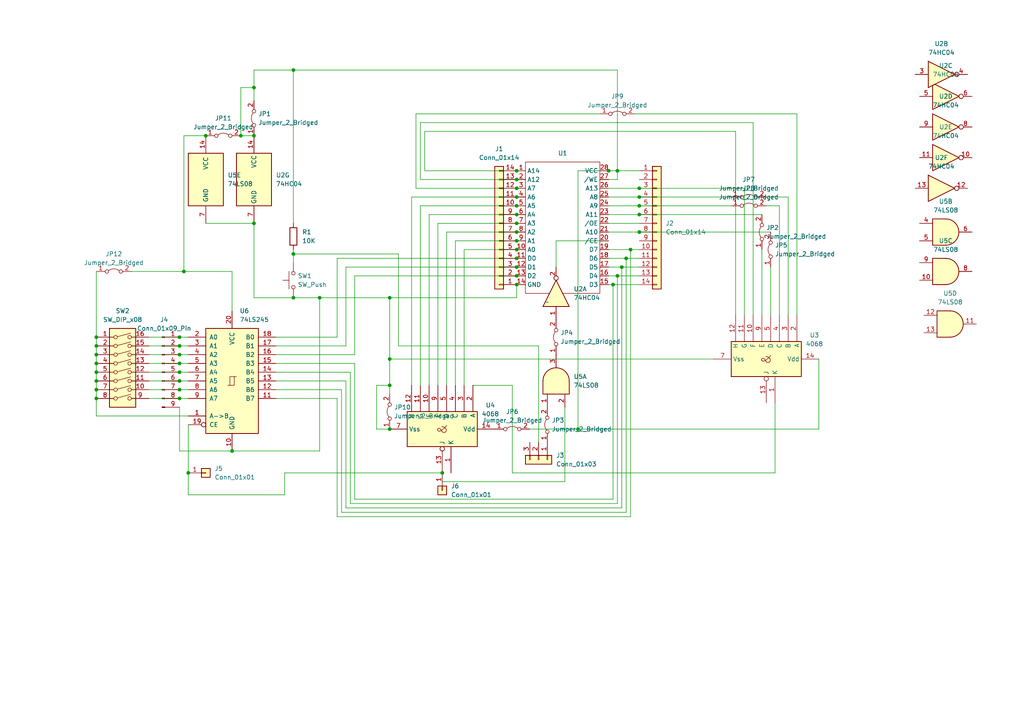
<source format=kicad_sch>
(kicad_sch (version 20230121) (generator eeschema)

  (uuid d27a3c64-ea7b-4cb8-9bd5-f1ff8eba17ce)

  (paper "A4")

  (lib_symbols
    (symbol "4xxx_IEEE:4068" (in_bom yes) (on_board yes)
      (property "Reference" "U" (at -5.08 11.43 0)
        (effects (font (size 1.27 1.27)))
      )
      (property "Value" "4068" (at 3.81 11.43 0)
        (effects (font (size 1.27 1.27)))
      )
      (property "Footprint" "" (at 0 0 0)
        (effects (font (size 1.27 1.27)) hide)
      )
      (property "Datasheet" "http://www.ti.com/lit/ds/symlink/cd4068b.pdf" (at 0 0 0)
        (effects (font (size 1.27 1.27)) hide)
      )
      (property "ki_keywords" "cmos nand and 8-input" (at 0 0 0)
        (effects (font (size 1.27 1.27)) hide)
      )
      (property "ki_description" "CMOS 8-input NAND/AND Gate" (at 0 0 0)
        (effects (font (size 1.27 1.27)) hide)
      )
      (symbol "4068_0_0"
        (rectangle (start -5.08 10.16) (end 5.08 -10.16)
          (stroke (width 0.254) (type default))
          (fill (type background))
        )
        (text "&" (at 0 0 0)
          (effects (font (size 2.54 2.54)))
        )
      )
      (symbol "4068_0_1"
        (pin power_in line (at 0 15.24 270) (length 5.08)
          (name "Vdd" (effects (font (size 1.27 1.27))))
          (number "14" (effects (font (size 1.27 1.27))))
        )
        (pin power_in line (at 0 -15.24 90) (length 5.08)
          (name "Vss" (effects (font (size 1.27 1.27))))
          (number "7" (effects (font (size 1.27 1.27))))
        )
      )
      (symbol "4068_1_1"
        (pin output line (at 12.7 2.54 180) (length 7.62)
          (name "K" (effects (font (size 1.27 1.27))))
          (number "1" (effects (font (size 1.27 1.27))))
        )
        (pin input line (at -12.7 -3.81 0) (length 7.62)
          (name "F" (effects (font (size 1.27 1.27))))
          (number "10" (effects (font (size 1.27 1.27))))
        )
        (pin input line (at -12.7 -6.35 0) (length 7.62)
          (name "G" (effects (font (size 1.27 1.27))))
          (number "11" (effects (font (size 1.27 1.27))))
        )
        (pin input line (at -12.7 -8.89 0) (length 7.62)
          (name "H" (effects (font (size 1.27 1.27))))
          (number "12" (effects (font (size 1.27 1.27))))
        )
        (pin output inverted (at 12.7 0 180) (length 7.62)
          (name "J" (effects (font (size 1.27 1.27))))
          (number "13" (effects (font (size 1.27 1.27))))
        )
        (pin input line (at -12.7 8.89 0) (length 7.62)
          (name "A" (effects (font (size 1.27 1.27))))
          (number "2" (effects (font (size 1.27 1.27))))
        )
        (pin input line (at -12.7 6.35 0) (length 7.62)
          (name "B" (effects (font (size 1.27 1.27))))
          (number "3" (effects (font (size 1.27 1.27))))
        )
        (pin input line (at -12.7 3.81 0) (length 7.62)
          (name "C" (effects (font (size 1.27 1.27))))
          (number "4" (effects (font (size 1.27 1.27))))
        )
        (pin input line (at -12.7 1.27 0) (length 7.62)
          (name "D" (effects (font (size 1.27 1.27))))
          (number "5" (effects (font (size 1.27 1.27))))
        )
        (pin input line (at -12.7 -1.27 0) (length 7.62)
          (name "E" (effects (font (size 1.27 1.27))))
          (number "9" (effects (font (size 1.27 1.27))))
        )
      )
    )
    (symbol "74xx:74HC04" (in_bom yes) (on_board yes)
      (property "Reference" "U" (at 0 1.27 0)
        (effects (font (size 1.27 1.27)))
      )
      (property "Value" "74HC04" (at 0 -1.27 0)
        (effects (font (size 1.27 1.27)))
      )
      (property "Footprint" "" (at 0 0 0)
        (effects (font (size 1.27 1.27)) hide)
      )
      (property "Datasheet" "https://assets.nexperia.com/documents/data-sheet/74HC_HCT04.pdf" (at 0 0 0)
        (effects (font (size 1.27 1.27)) hide)
      )
      (property "ki_locked" "" (at 0 0 0)
        (effects (font (size 1.27 1.27)))
      )
      (property "ki_keywords" "HCMOS not inv" (at 0 0 0)
        (effects (font (size 1.27 1.27)) hide)
      )
      (property "ki_description" "Hex Inverter" (at 0 0 0)
        (effects (font (size 1.27 1.27)) hide)
      )
      (property "ki_fp_filters" "DIP*W7.62mm* SSOP?14* TSSOP?14*" (at 0 0 0)
        (effects (font (size 1.27 1.27)) hide)
      )
      (symbol "74HC04_1_0"
        (polyline
          (pts
            (xy -3.81 3.81)
            (xy -3.81 -3.81)
            (xy 3.81 0)
            (xy -3.81 3.81)
          )
          (stroke (width 0.254) (type default))
          (fill (type background))
        )
        (pin input line (at -7.62 0 0) (length 3.81)
          (name "~" (effects (font (size 1.27 1.27))))
          (number "1" (effects (font (size 1.27 1.27))))
        )
        (pin output inverted (at 7.62 0 180) (length 3.81)
          (name "~" (effects (font (size 1.27 1.27))))
          (number "2" (effects (font (size 1.27 1.27))))
        )
      )
      (symbol "74HC04_2_0"
        (polyline
          (pts
            (xy -3.81 3.81)
            (xy -3.81 -3.81)
            (xy 3.81 0)
            (xy -3.81 3.81)
          )
          (stroke (width 0.254) (type default))
          (fill (type background))
        )
        (pin input line (at -7.62 0 0) (length 3.81)
          (name "~" (effects (font (size 1.27 1.27))))
          (number "3" (effects (font (size 1.27 1.27))))
        )
        (pin output inverted (at 7.62 0 180) (length 3.81)
          (name "~" (effects (font (size 1.27 1.27))))
          (number "4" (effects (font (size 1.27 1.27))))
        )
      )
      (symbol "74HC04_3_0"
        (polyline
          (pts
            (xy -3.81 3.81)
            (xy -3.81 -3.81)
            (xy 3.81 0)
            (xy -3.81 3.81)
          )
          (stroke (width 0.254) (type default))
          (fill (type background))
        )
        (pin input line (at -7.62 0 0) (length 3.81)
          (name "~" (effects (font (size 1.27 1.27))))
          (number "5" (effects (font (size 1.27 1.27))))
        )
        (pin output inverted (at 7.62 0 180) (length 3.81)
          (name "~" (effects (font (size 1.27 1.27))))
          (number "6" (effects (font (size 1.27 1.27))))
        )
      )
      (symbol "74HC04_4_0"
        (polyline
          (pts
            (xy -3.81 3.81)
            (xy -3.81 -3.81)
            (xy 3.81 0)
            (xy -3.81 3.81)
          )
          (stroke (width 0.254) (type default))
          (fill (type background))
        )
        (pin output inverted (at 7.62 0 180) (length 3.81)
          (name "~" (effects (font (size 1.27 1.27))))
          (number "8" (effects (font (size 1.27 1.27))))
        )
        (pin input line (at -7.62 0 0) (length 3.81)
          (name "~" (effects (font (size 1.27 1.27))))
          (number "9" (effects (font (size 1.27 1.27))))
        )
      )
      (symbol "74HC04_5_0"
        (polyline
          (pts
            (xy -3.81 3.81)
            (xy -3.81 -3.81)
            (xy 3.81 0)
            (xy -3.81 3.81)
          )
          (stroke (width 0.254) (type default))
          (fill (type background))
        )
        (pin output inverted (at 7.62 0 180) (length 3.81)
          (name "~" (effects (font (size 1.27 1.27))))
          (number "10" (effects (font (size 1.27 1.27))))
        )
        (pin input line (at -7.62 0 0) (length 3.81)
          (name "~" (effects (font (size 1.27 1.27))))
          (number "11" (effects (font (size 1.27 1.27))))
        )
      )
      (symbol "74HC04_6_0"
        (polyline
          (pts
            (xy -3.81 3.81)
            (xy -3.81 -3.81)
            (xy 3.81 0)
            (xy -3.81 3.81)
          )
          (stroke (width 0.254) (type default))
          (fill (type background))
        )
        (pin output inverted (at 7.62 0 180) (length 3.81)
          (name "~" (effects (font (size 1.27 1.27))))
          (number "12" (effects (font (size 1.27 1.27))))
        )
        (pin input line (at -7.62 0 0) (length 3.81)
          (name "~" (effects (font (size 1.27 1.27))))
          (number "13" (effects (font (size 1.27 1.27))))
        )
      )
      (symbol "74HC04_7_0"
        (pin power_in line (at 0 12.7 270) (length 5.08)
          (name "VCC" (effects (font (size 1.27 1.27))))
          (number "14" (effects (font (size 1.27 1.27))))
        )
        (pin power_in line (at 0 -12.7 90) (length 5.08)
          (name "GND" (effects (font (size 1.27 1.27))))
          (number "7" (effects (font (size 1.27 1.27))))
        )
      )
      (symbol "74HC04_7_1"
        (rectangle (start -5.08 7.62) (end 5.08 -7.62)
          (stroke (width 0.254) (type default))
          (fill (type background))
        )
      )
    )
    (symbol "74xx:74LS08" (pin_names (offset 1.016)) (in_bom yes) (on_board yes)
      (property "Reference" "U" (at 0 1.27 0)
        (effects (font (size 1.27 1.27)))
      )
      (property "Value" "74LS08" (at 0 -1.27 0)
        (effects (font (size 1.27 1.27)))
      )
      (property "Footprint" "" (at 0 0 0)
        (effects (font (size 1.27 1.27)) hide)
      )
      (property "Datasheet" "http://www.ti.com/lit/gpn/sn74LS08" (at 0 0 0)
        (effects (font (size 1.27 1.27)) hide)
      )
      (property "ki_locked" "" (at 0 0 0)
        (effects (font (size 1.27 1.27)))
      )
      (property "ki_keywords" "TTL and2" (at 0 0 0)
        (effects (font (size 1.27 1.27)) hide)
      )
      (property "ki_description" "Quad And2" (at 0 0 0)
        (effects (font (size 1.27 1.27)) hide)
      )
      (property "ki_fp_filters" "DIP*W7.62mm*" (at 0 0 0)
        (effects (font (size 1.27 1.27)) hide)
      )
      (symbol "74LS08_1_1"
        (arc (start 0 -3.81) (mid 3.7934 0) (end 0 3.81)
          (stroke (width 0.254) (type default))
          (fill (type background))
        )
        (polyline
          (pts
            (xy 0 3.81)
            (xy -3.81 3.81)
            (xy -3.81 -3.81)
            (xy 0 -3.81)
          )
          (stroke (width 0.254) (type default))
          (fill (type background))
        )
        (pin input line (at -7.62 2.54 0) (length 3.81)
          (name "~" (effects (font (size 1.27 1.27))))
          (number "1" (effects (font (size 1.27 1.27))))
        )
        (pin input line (at -7.62 -2.54 0) (length 3.81)
          (name "~" (effects (font (size 1.27 1.27))))
          (number "2" (effects (font (size 1.27 1.27))))
        )
        (pin output line (at 7.62 0 180) (length 3.81)
          (name "~" (effects (font (size 1.27 1.27))))
          (number "3" (effects (font (size 1.27 1.27))))
        )
      )
      (symbol "74LS08_1_2"
        (arc (start -3.81 -3.81) (mid -2.589 0) (end -3.81 3.81)
          (stroke (width 0.254) (type default))
          (fill (type none))
        )
        (arc (start -0.6096 -3.81) (mid 2.1842 -2.5851) (end 3.81 0)
          (stroke (width 0.254) (type default))
          (fill (type background))
        )
        (polyline
          (pts
            (xy -3.81 -3.81)
            (xy -0.635 -3.81)
          )
          (stroke (width 0.254) (type default))
          (fill (type background))
        )
        (polyline
          (pts
            (xy -3.81 3.81)
            (xy -0.635 3.81)
          )
          (stroke (width 0.254) (type default))
          (fill (type background))
        )
        (polyline
          (pts
            (xy -0.635 3.81)
            (xy -3.81 3.81)
            (xy -3.81 3.81)
            (xy -3.556 3.4036)
            (xy -3.0226 2.2606)
            (xy -2.6924 1.0414)
            (xy -2.6162 -0.254)
            (xy -2.7686 -1.4986)
            (xy -3.175 -2.7178)
            (xy -3.81 -3.81)
            (xy -3.81 -3.81)
            (xy -0.635 -3.81)
          )
          (stroke (width -25.4) (type default))
          (fill (type background))
        )
        (arc (start 3.81 0) (mid 2.1915 2.5936) (end -0.6096 3.81)
          (stroke (width 0.254) (type default))
          (fill (type background))
        )
        (pin input inverted (at -7.62 2.54 0) (length 4.318)
          (name "~" (effects (font (size 1.27 1.27))))
          (number "1" (effects (font (size 1.27 1.27))))
        )
        (pin input inverted (at -7.62 -2.54 0) (length 4.318)
          (name "~" (effects (font (size 1.27 1.27))))
          (number "2" (effects (font (size 1.27 1.27))))
        )
        (pin output inverted (at 7.62 0 180) (length 3.81)
          (name "~" (effects (font (size 1.27 1.27))))
          (number "3" (effects (font (size 1.27 1.27))))
        )
      )
      (symbol "74LS08_2_1"
        (arc (start 0 -3.81) (mid 3.7934 0) (end 0 3.81)
          (stroke (width 0.254) (type default))
          (fill (type background))
        )
        (polyline
          (pts
            (xy 0 3.81)
            (xy -3.81 3.81)
            (xy -3.81 -3.81)
            (xy 0 -3.81)
          )
          (stroke (width 0.254) (type default))
          (fill (type background))
        )
        (pin input line (at -7.62 2.54 0) (length 3.81)
          (name "~" (effects (font (size 1.27 1.27))))
          (number "4" (effects (font (size 1.27 1.27))))
        )
        (pin input line (at -7.62 -2.54 0) (length 3.81)
          (name "~" (effects (font (size 1.27 1.27))))
          (number "5" (effects (font (size 1.27 1.27))))
        )
        (pin output line (at 7.62 0 180) (length 3.81)
          (name "~" (effects (font (size 1.27 1.27))))
          (number "6" (effects (font (size 1.27 1.27))))
        )
      )
      (symbol "74LS08_2_2"
        (arc (start -3.81 -3.81) (mid -2.589 0) (end -3.81 3.81)
          (stroke (width 0.254) (type default))
          (fill (type none))
        )
        (arc (start -0.6096 -3.81) (mid 2.1842 -2.5851) (end 3.81 0)
          (stroke (width 0.254) (type default))
          (fill (type background))
        )
        (polyline
          (pts
            (xy -3.81 -3.81)
            (xy -0.635 -3.81)
          )
          (stroke (width 0.254) (type default))
          (fill (type background))
        )
        (polyline
          (pts
            (xy -3.81 3.81)
            (xy -0.635 3.81)
          )
          (stroke (width 0.254) (type default))
          (fill (type background))
        )
        (polyline
          (pts
            (xy -0.635 3.81)
            (xy -3.81 3.81)
            (xy -3.81 3.81)
            (xy -3.556 3.4036)
            (xy -3.0226 2.2606)
            (xy -2.6924 1.0414)
            (xy -2.6162 -0.254)
            (xy -2.7686 -1.4986)
            (xy -3.175 -2.7178)
            (xy -3.81 -3.81)
            (xy -3.81 -3.81)
            (xy -0.635 -3.81)
          )
          (stroke (width -25.4) (type default))
          (fill (type background))
        )
        (arc (start 3.81 0) (mid 2.1915 2.5936) (end -0.6096 3.81)
          (stroke (width 0.254) (type default))
          (fill (type background))
        )
        (pin input inverted (at -7.62 2.54 0) (length 4.318)
          (name "~" (effects (font (size 1.27 1.27))))
          (number "4" (effects (font (size 1.27 1.27))))
        )
        (pin input inverted (at -7.62 -2.54 0) (length 4.318)
          (name "~" (effects (font (size 1.27 1.27))))
          (number "5" (effects (font (size 1.27 1.27))))
        )
        (pin output inverted (at 7.62 0 180) (length 3.81)
          (name "~" (effects (font (size 1.27 1.27))))
          (number "6" (effects (font (size 1.27 1.27))))
        )
      )
      (symbol "74LS08_3_1"
        (arc (start 0 -3.81) (mid 3.7934 0) (end 0 3.81)
          (stroke (width 0.254) (type default))
          (fill (type background))
        )
        (polyline
          (pts
            (xy 0 3.81)
            (xy -3.81 3.81)
            (xy -3.81 -3.81)
            (xy 0 -3.81)
          )
          (stroke (width 0.254) (type default))
          (fill (type background))
        )
        (pin input line (at -7.62 -2.54 0) (length 3.81)
          (name "~" (effects (font (size 1.27 1.27))))
          (number "10" (effects (font (size 1.27 1.27))))
        )
        (pin output line (at 7.62 0 180) (length 3.81)
          (name "~" (effects (font (size 1.27 1.27))))
          (number "8" (effects (font (size 1.27 1.27))))
        )
        (pin input line (at -7.62 2.54 0) (length 3.81)
          (name "~" (effects (font (size 1.27 1.27))))
          (number "9" (effects (font (size 1.27 1.27))))
        )
      )
      (symbol "74LS08_3_2"
        (arc (start -3.81 -3.81) (mid -2.589 0) (end -3.81 3.81)
          (stroke (width 0.254) (type default))
          (fill (type none))
        )
        (arc (start -0.6096 -3.81) (mid 2.1842 -2.5851) (end 3.81 0)
          (stroke (width 0.254) (type default))
          (fill (type background))
        )
        (polyline
          (pts
            (xy -3.81 -3.81)
            (xy -0.635 -3.81)
          )
          (stroke (width 0.254) (type default))
          (fill (type background))
        )
        (polyline
          (pts
            (xy -3.81 3.81)
            (xy -0.635 3.81)
          )
          (stroke (width 0.254) (type default))
          (fill (type background))
        )
        (polyline
          (pts
            (xy -0.635 3.81)
            (xy -3.81 3.81)
            (xy -3.81 3.81)
            (xy -3.556 3.4036)
            (xy -3.0226 2.2606)
            (xy -2.6924 1.0414)
            (xy -2.6162 -0.254)
            (xy -2.7686 -1.4986)
            (xy -3.175 -2.7178)
            (xy -3.81 -3.81)
            (xy -3.81 -3.81)
            (xy -0.635 -3.81)
          )
          (stroke (width -25.4) (type default))
          (fill (type background))
        )
        (arc (start 3.81 0) (mid 2.1915 2.5936) (end -0.6096 3.81)
          (stroke (width 0.254) (type default))
          (fill (type background))
        )
        (pin input inverted (at -7.62 -2.54 0) (length 4.318)
          (name "~" (effects (font (size 1.27 1.27))))
          (number "10" (effects (font (size 1.27 1.27))))
        )
        (pin output inverted (at 7.62 0 180) (length 3.81)
          (name "~" (effects (font (size 1.27 1.27))))
          (number "8" (effects (font (size 1.27 1.27))))
        )
        (pin input inverted (at -7.62 2.54 0) (length 4.318)
          (name "~" (effects (font (size 1.27 1.27))))
          (number "9" (effects (font (size 1.27 1.27))))
        )
      )
      (symbol "74LS08_4_1"
        (arc (start 0 -3.81) (mid 3.7934 0) (end 0 3.81)
          (stroke (width 0.254) (type default))
          (fill (type background))
        )
        (polyline
          (pts
            (xy 0 3.81)
            (xy -3.81 3.81)
            (xy -3.81 -3.81)
            (xy 0 -3.81)
          )
          (stroke (width 0.254) (type default))
          (fill (type background))
        )
        (pin output line (at 7.62 0 180) (length 3.81)
          (name "~" (effects (font (size 1.27 1.27))))
          (number "11" (effects (font (size 1.27 1.27))))
        )
        (pin input line (at -7.62 2.54 0) (length 3.81)
          (name "~" (effects (font (size 1.27 1.27))))
          (number "12" (effects (font (size 1.27 1.27))))
        )
        (pin input line (at -7.62 -2.54 0) (length 3.81)
          (name "~" (effects (font (size 1.27 1.27))))
          (number "13" (effects (font (size 1.27 1.27))))
        )
      )
      (symbol "74LS08_4_2"
        (arc (start -3.81 -3.81) (mid -2.589 0) (end -3.81 3.81)
          (stroke (width 0.254) (type default))
          (fill (type none))
        )
        (arc (start -0.6096 -3.81) (mid 2.1842 -2.5851) (end 3.81 0)
          (stroke (width 0.254) (type default))
          (fill (type background))
        )
        (polyline
          (pts
            (xy -3.81 -3.81)
            (xy -0.635 -3.81)
          )
          (stroke (width 0.254) (type default))
          (fill (type background))
        )
        (polyline
          (pts
            (xy -3.81 3.81)
            (xy -0.635 3.81)
          )
          (stroke (width 0.254) (type default))
          (fill (type background))
        )
        (polyline
          (pts
            (xy -0.635 3.81)
            (xy -3.81 3.81)
            (xy -3.81 3.81)
            (xy -3.556 3.4036)
            (xy -3.0226 2.2606)
            (xy -2.6924 1.0414)
            (xy -2.6162 -0.254)
            (xy -2.7686 -1.4986)
            (xy -3.175 -2.7178)
            (xy -3.81 -3.81)
            (xy -3.81 -3.81)
            (xy -0.635 -3.81)
          )
          (stroke (width -25.4) (type default))
          (fill (type background))
        )
        (arc (start 3.81 0) (mid 2.1915 2.5936) (end -0.6096 3.81)
          (stroke (width 0.254) (type default))
          (fill (type background))
        )
        (pin output inverted (at 7.62 0 180) (length 3.81)
          (name "~" (effects (font (size 1.27 1.27))))
          (number "11" (effects (font (size 1.27 1.27))))
        )
        (pin input inverted (at -7.62 2.54 0) (length 4.318)
          (name "~" (effects (font (size 1.27 1.27))))
          (number "12" (effects (font (size 1.27 1.27))))
        )
        (pin input inverted (at -7.62 -2.54 0) (length 4.318)
          (name "~" (effects (font (size 1.27 1.27))))
          (number "13" (effects (font (size 1.27 1.27))))
        )
      )
      (symbol "74LS08_5_0"
        (pin power_in line (at 0 12.7 270) (length 5.08)
          (name "VCC" (effects (font (size 1.27 1.27))))
          (number "14" (effects (font (size 1.27 1.27))))
        )
        (pin power_in line (at 0 -12.7 90) (length 5.08)
          (name "GND" (effects (font (size 1.27 1.27))))
          (number "7" (effects (font (size 1.27 1.27))))
        )
      )
      (symbol "74LS08_5_1"
        (rectangle (start -5.08 7.62) (end 5.08 -7.62)
          (stroke (width 0.254) (type default))
          (fill (type background))
        )
      )
    )
    (symbol "74xx:74LS245" (pin_names (offset 1.016)) (in_bom yes) (on_board yes)
      (property "Reference" "U" (at -7.62 16.51 0)
        (effects (font (size 1.27 1.27)))
      )
      (property "Value" "74LS245" (at -7.62 -16.51 0)
        (effects (font (size 1.27 1.27)))
      )
      (property "Footprint" "" (at 0 0 0)
        (effects (font (size 1.27 1.27)) hide)
      )
      (property "Datasheet" "http://www.ti.com/lit/gpn/sn74LS245" (at 0 0 0)
        (effects (font (size 1.27 1.27)) hide)
      )
      (property "ki_locked" "" (at 0 0 0)
        (effects (font (size 1.27 1.27)))
      )
      (property "ki_keywords" "TTL BUS 3State" (at 0 0 0)
        (effects (font (size 1.27 1.27)) hide)
      )
      (property "ki_description" "Octal BUS Transceivers, 3-State outputs" (at 0 0 0)
        (effects (font (size 1.27 1.27)) hide)
      )
      (property "ki_fp_filters" "DIP?20*" (at 0 0 0)
        (effects (font (size 1.27 1.27)) hide)
      )
      (symbol "74LS245_1_0"
        (polyline
          (pts
            (xy -0.635 -1.27)
            (xy -0.635 1.27)
            (xy 0.635 1.27)
          )
          (stroke (width 0) (type default))
          (fill (type none))
        )
        (polyline
          (pts
            (xy -1.27 -1.27)
            (xy 0.635 -1.27)
            (xy 0.635 1.27)
            (xy 1.27 1.27)
          )
          (stroke (width 0) (type default))
          (fill (type none))
        )
        (pin input line (at -12.7 -10.16 0) (length 5.08)
          (name "A->B" (effects (font (size 1.27 1.27))))
          (number "1" (effects (font (size 1.27 1.27))))
        )
        (pin power_in line (at 0 -20.32 90) (length 5.08)
          (name "GND" (effects (font (size 1.27 1.27))))
          (number "10" (effects (font (size 1.27 1.27))))
        )
        (pin tri_state line (at 12.7 -5.08 180) (length 5.08)
          (name "B7" (effects (font (size 1.27 1.27))))
          (number "11" (effects (font (size 1.27 1.27))))
        )
        (pin tri_state line (at 12.7 -2.54 180) (length 5.08)
          (name "B6" (effects (font (size 1.27 1.27))))
          (number "12" (effects (font (size 1.27 1.27))))
        )
        (pin tri_state line (at 12.7 0 180) (length 5.08)
          (name "B5" (effects (font (size 1.27 1.27))))
          (number "13" (effects (font (size 1.27 1.27))))
        )
        (pin tri_state line (at 12.7 2.54 180) (length 5.08)
          (name "B4" (effects (font (size 1.27 1.27))))
          (number "14" (effects (font (size 1.27 1.27))))
        )
        (pin tri_state line (at 12.7 5.08 180) (length 5.08)
          (name "B3" (effects (font (size 1.27 1.27))))
          (number "15" (effects (font (size 1.27 1.27))))
        )
        (pin tri_state line (at 12.7 7.62 180) (length 5.08)
          (name "B2" (effects (font (size 1.27 1.27))))
          (number "16" (effects (font (size 1.27 1.27))))
        )
        (pin tri_state line (at 12.7 10.16 180) (length 5.08)
          (name "B1" (effects (font (size 1.27 1.27))))
          (number "17" (effects (font (size 1.27 1.27))))
        )
        (pin tri_state line (at 12.7 12.7 180) (length 5.08)
          (name "B0" (effects (font (size 1.27 1.27))))
          (number "18" (effects (font (size 1.27 1.27))))
        )
        (pin input inverted (at -12.7 -12.7 0) (length 5.08)
          (name "CE" (effects (font (size 1.27 1.27))))
          (number "19" (effects (font (size 1.27 1.27))))
        )
        (pin tri_state line (at -12.7 12.7 0) (length 5.08)
          (name "A0" (effects (font (size 1.27 1.27))))
          (number "2" (effects (font (size 1.27 1.27))))
        )
        (pin power_in line (at 0 20.32 270) (length 5.08)
          (name "VCC" (effects (font (size 1.27 1.27))))
          (number "20" (effects (font (size 1.27 1.27))))
        )
        (pin tri_state line (at -12.7 10.16 0) (length 5.08)
          (name "A1" (effects (font (size 1.27 1.27))))
          (number "3" (effects (font (size 1.27 1.27))))
        )
        (pin tri_state line (at -12.7 7.62 0) (length 5.08)
          (name "A2" (effects (font (size 1.27 1.27))))
          (number "4" (effects (font (size 1.27 1.27))))
        )
        (pin tri_state line (at -12.7 5.08 0) (length 5.08)
          (name "A3" (effects (font (size 1.27 1.27))))
          (number "5" (effects (font (size 1.27 1.27))))
        )
        (pin tri_state line (at -12.7 2.54 0) (length 5.08)
          (name "A4" (effects (font (size 1.27 1.27))))
          (number "6" (effects (font (size 1.27 1.27))))
        )
        (pin tri_state line (at -12.7 0 0) (length 5.08)
          (name "A5" (effects (font (size 1.27 1.27))))
          (number "7" (effects (font (size 1.27 1.27))))
        )
        (pin tri_state line (at -12.7 -2.54 0) (length 5.08)
          (name "A6" (effects (font (size 1.27 1.27))))
          (number "8" (effects (font (size 1.27 1.27))))
        )
        (pin tri_state line (at -12.7 -5.08 0) (length 5.08)
          (name "A7" (effects (font (size 1.27 1.27))))
          (number "9" (effects (font (size 1.27 1.27))))
        )
      )
      (symbol "74LS245_1_1"
        (rectangle (start -7.62 15.24) (end 7.62 -15.24)
          (stroke (width 0.254) (type default))
          (fill (type background))
        )
      )
    )
    (symbol "Connector:Conn_01x09_Pin" (pin_names (offset 1.016) hide) (in_bom yes) (on_board yes)
      (property "Reference" "J" (at 0 12.7 0)
        (effects (font (size 1.27 1.27)))
      )
      (property "Value" "Conn_01x09_Pin" (at 0 -12.7 0)
        (effects (font (size 1.27 1.27)))
      )
      (property "Footprint" "" (at 0 0 0)
        (effects (font (size 1.27 1.27)) hide)
      )
      (property "Datasheet" "~" (at 0 0 0)
        (effects (font (size 1.27 1.27)) hide)
      )
      (property "ki_locked" "" (at 0 0 0)
        (effects (font (size 1.27 1.27)))
      )
      (property "ki_keywords" "connector" (at 0 0 0)
        (effects (font (size 1.27 1.27)) hide)
      )
      (property "ki_description" "Generic connector, single row, 01x09, script generated" (at 0 0 0)
        (effects (font (size 1.27 1.27)) hide)
      )
      (property "ki_fp_filters" "Connector*:*_1x??_*" (at 0 0 0)
        (effects (font (size 1.27 1.27)) hide)
      )
      (symbol "Conn_01x09_Pin_1_1"
        (polyline
          (pts
            (xy 1.27 -10.16)
            (xy 0.8636 -10.16)
          )
          (stroke (width 0.1524) (type default))
          (fill (type none))
        )
        (polyline
          (pts
            (xy 1.27 -7.62)
            (xy 0.8636 -7.62)
          )
          (stroke (width 0.1524) (type default))
          (fill (type none))
        )
        (polyline
          (pts
            (xy 1.27 -5.08)
            (xy 0.8636 -5.08)
          )
          (stroke (width 0.1524) (type default))
          (fill (type none))
        )
        (polyline
          (pts
            (xy 1.27 -2.54)
            (xy 0.8636 -2.54)
          )
          (stroke (width 0.1524) (type default))
          (fill (type none))
        )
        (polyline
          (pts
            (xy 1.27 0)
            (xy 0.8636 0)
          )
          (stroke (width 0.1524) (type default))
          (fill (type none))
        )
        (polyline
          (pts
            (xy 1.27 2.54)
            (xy 0.8636 2.54)
          )
          (stroke (width 0.1524) (type default))
          (fill (type none))
        )
        (polyline
          (pts
            (xy 1.27 5.08)
            (xy 0.8636 5.08)
          )
          (stroke (width 0.1524) (type default))
          (fill (type none))
        )
        (polyline
          (pts
            (xy 1.27 7.62)
            (xy 0.8636 7.62)
          )
          (stroke (width 0.1524) (type default))
          (fill (type none))
        )
        (polyline
          (pts
            (xy 1.27 10.16)
            (xy 0.8636 10.16)
          )
          (stroke (width 0.1524) (type default))
          (fill (type none))
        )
        (rectangle (start 0.8636 -10.033) (end 0 -10.287)
          (stroke (width 0.1524) (type default))
          (fill (type outline))
        )
        (rectangle (start 0.8636 -7.493) (end 0 -7.747)
          (stroke (width 0.1524) (type default))
          (fill (type outline))
        )
        (rectangle (start 0.8636 -4.953) (end 0 -5.207)
          (stroke (width 0.1524) (type default))
          (fill (type outline))
        )
        (rectangle (start 0.8636 -2.413) (end 0 -2.667)
          (stroke (width 0.1524) (type default))
          (fill (type outline))
        )
        (rectangle (start 0.8636 0.127) (end 0 -0.127)
          (stroke (width 0.1524) (type default))
          (fill (type outline))
        )
        (rectangle (start 0.8636 2.667) (end 0 2.413)
          (stroke (width 0.1524) (type default))
          (fill (type outline))
        )
        (rectangle (start 0.8636 5.207) (end 0 4.953)
          (stroke (width 0.1524) (type default))
          (fill (type outline))
        )
        (rectangle (start 0.8636 7.747) (end 0 7.493)
          (stroke (width 0.1524) (type default))
          (fill (type outline))
        )
        (rectangle (start 0.8636 10.287) (end 0 10.033)
          (stroke (width 0.1524) (type default))
          (fill (type outline))
        )
        (pin passive line (at 5.08 10.16 180) (length 3.81)
          (name "Pin_1" (effects (font (size 1.27 1.27))))
          (number "1" (effects (font (size 1.27 1.27))))
        )
        (pin passive line (at 5.08 7.62 180) (length 3.81)
          (name "Pin_2" (effects (font (size 1.27 1.27))))
          (number "2" (effects (font (size 1.27 1.27))))
        )
        (pin passive line (at 5.08 5.08 180) (length 3.81)
          (name "Pin_3" (effects (font (size 1.27 1.27))))
          (number "3" (effects (font (size 1.27 1.27))))
        )
        (pin passive line (at 5.08 2.54 180) (length 3.81)
          (name "Pin_4" (effects (font (size 1.27 1.27))))
          (number "4" (effects (font (size 1.27 1.27))))
        )
        (pin passive line (at 5.08 0 180) (length 3.81)
          (name "Pin_5" (effects (font (size 1.27 1.27))))
          (number "5" (effects (font (size 1.27 1.27))))
        )
        (pin passive line (at 5.08 -2.54 180) (length 3.81)
          (name "Pin_6" (effects (font (size 1.27 1.27))))
          (number "6" (effects (font (size 1.27 1.27))))
        )
        (pin passive line (at 5.08 -5.08 180) (length 3.81)
          (name "Pin_7" (effects (font (size 1.27 1.27))))
          (number "7" (effects (font (size 1.27 1.27))))
        )
        (pin passive line (at 5.08 -7.62 180) (length 3.81)
          (name "Pin_8" (effects (font (size 1.27 1.27))))
          (number "8" (effects (font (size 1.27 1.27))))
        )
        (pin passive line (at 5.08 -10.16 180) (length 3.81)
          (name "Pin_9" (effects (font (size 1.27 1.27))))
          (number "9" (effects (font (size 1.27 1.27))))
        )
      )
    )
    (symbol "Connector_Generic:Conn_01x01" (pin_names (offset 1.016) hide) (in_bom yes) (on_board yes)
      (property "Reference" "J" (at 0 2.54 0)
        (effects (font (size 1.27 1.27)))
      )
      (property "Value" "Conn_01x01" (at 0 -2.54 0)
        (effects (font (size 1.27 1.27)))
      )
      (property "Footprint" "" (at 0 0 0)
        (effects (font (size 1.27 1.27)) hide)
      )
      (property "Datasheet" "~" (at 0 0 0)
        (effects (font (size 1.27 1.27)) hide)
      )
      (property "ki_keywords" "connector" (at 0 0 0)
        (effects (font (size 1.27 1.27)) hide)
      )
      (property "ki_description" "Generic connector, single row, 01x01, script generated (kicad-library-utils/schlib/autogen/connector/)" (at 0 0 0)
        (effects (font (size 1.27 1.27)) hide)
      )
      (property "ki_fp_filters" "Connector*:*_1x??_*" (at 0 0 0)
        (effects (font (size 1.27 1.27)) hide)
      )
      (symbol "Conn_01x01_1_1"
        (rectangle (start -1.27 0.127) (end 0 -0.127)
          (stroke (width 0.1524) (type default))
          (fill (type none))
        )
        (rectangle (start -1.27 1.27) (end 1.27 -1.27)
          (stroke (width 0.254) (type default))
          (fill (type background))
        )
        (pin passive line (at -5.08 0 0) (length 3.81)
          (name "Pin_1" (effects (font (size 1.27 1.27))))
          (number "1" (effects (font (size 1.27 1.27))))
        )
      )
    )
    (symbol "Connector_Generic:Conn_01x03" (pin_names (offset 1.016) hide) (in_bom yes) (on_board yes)
      (property "Reference" "J" (at 0 5.08 0)
        (effects (font (size 1.27 1.27)))
      )
      (property "Value" "Conn_01x03" (at 0 -5.08 0)
        (effects (font (size 1.27 1.27)))
      )
      (property "Footprint" "" (at 0 0 0)
        (effects (font (size 1.27 1.27)) hide)
      )
      (property "Datasheet" "~" (at 0 0 0)
        (effects (font (size 1.27 1.27)) hide)
      )
      (property "ki_keywords" "connector" (at 0 0 0)
        (effects (font (size 1.27 1.27)) hide)
      )
      (property "ki_description" "Generic connector, single row, 01x03, script generated (kicad-library-utils/schlib/autogen/connector/)" (at 0 0 0)
        (effects (font (size 1.27 1.27)) hide)
      )
      (property "ki_fp_filters" "Connector*:*_1x??_*" (at 0 0 0)
        (effects (font (size 1.27 1.27)) hide)
      )
      (symbol "Conn_01x03_1_1"
        (rectangle (start -1.27 -2.413) (end 0 -2.667)
          (stroke (width 0.1524) (type default))
          (fill (type none))
        )
        (rectangle (start -1.27 0.127) (end 0 -0.127)
          (stroke (width 0.1524) (type default))
          (fill (type none))
        )
        (rectangle (start -1.27 2.667) (end 0 2.413)
          (stroke (width 0.1524) (type default))
          (fill (type none))
        )
        (rectangle (start -1.27 3.81) (end 1.27 -3.81)
          (stroke (width 0.254) (type default))
          (fill (type background))
        )
        (pin passive line (at -5.08 2.54 0) (length 3.81)
          (name "Pin_1" (effects (font (size 1.27 1.27))))
          (number "1" (effects (font (size 1.27 1.27))))
        )
        (pin passive line (at -5.08 0 0) (length 3.81)
          (name "Pin_2" (effects (font (size 1.27 1.27))))
          (number "2" (effects (font (size 1.27 1.27))))
        )
        (pin passive line (at -5.08 -2.54 0) (length 3.81)
          (name "Pin_3" (effects (font (size 1.27 1.27))))
          (number "3" (effects (font (size 1.27 1.27))))
        )
      )
    )
    (symbol "Connector_Generic:Conn_01x14" (pin_names (offset 1.016) hide) (in_bom yes) (on_board yes)
      (property "Reference" "J" (at 0 17.78 0)
        (effects (font (size 1.27 1.27)))
      )
      (property "Value" "Conn_01x14" (at 0 -20.32 0)
        (effects (font (size 1.27 1.27)))
      )
      (property "Footprint" "" (at 0 0 0)
        (effects (font (size 1.27 1.27)) hide)
      )
      (property "Datasheet" "~" (at 0 0 0)
        (effects (font (size 1.27 1.27)) hide)
      )
      (property "ki_keywords" "connector" (at 0 0 0)
        (effects (font (size 1.27 1.27)) hide)
      )
      (property "ki_description" "Generic connector, single row, 01x14, script generated (kicad-library-utils/schlib/autogen/connector/)" (at 0 0 0)
        (effects (font (size 1.27 1.27)) hide)
      )
      (property "ki_fp_filters" "Connector*:*_1x??_*" (at 0 0 0)
        (effects (font (size 1.27 1.27)) hide)
      )
      (symbol "Conn_01x14_1_1"
        (rectangle (start -1.27 -17.653) (end 0 -17.907)
          (stroke (width 0.1524) (type default))
          (fill (type none))
        )
        (rectangle (start -1.27 -15.113) (end 0 -15.367)
          (stroke (width 0.1524) (type default))
          (fill (type none))
        )
        (rectangle (start -1.27 -12.573) (end 0 -12.827)
          (stroke (width 0.1524) (type default))
          (fill (type none))
        )
        (rectangle (start -1.27 -10.033) (end 0 -10.287)
          (stroke (width 0.1524) (type default))
          (fill (type none))
        )
        (rectangle (start -1.27 -7.493) (end 0 -7.747)
          (stroke (width 0.1524) (type default))
          (fill (type none))
        )
        (rectangle (start -1.27 -4.953) (end 0 -5.207)
          (stroke (width 0.1524) (type default))
          (fill (type none))
        )
        (rectangle (start -1.27 -2.413) (end 0 -2.667)
          (stroke (width 0.1524) (type default))
          (fill (type none))
        )
        (rectangle (start -1.27 0.127) (end 0 -0.127)
          (stroke (width 0.1524) (type default))
          (fill (type none))
        )
        (rectangle (start -1.27 2.667) (end 0 2.413)
          (stroke (width 0.1524) (type default))
          (fill (type none))
        )
        (rectangle (start -1.27 5.207) (end 0 4.953)
          (stroke (width 0.1524) (type default))
          (fill (type none))
        )
        (rectangle (start -1.27 7.747) (end 0 7.493)
          (stroke (width 0.1524) (type default))
          (fill (type none))
        )
        (rectangle (start -1.27 10.287) (end 0 10.033)
          (stroke (width 0.1524) (type default))
          (fill (type none))
        )
        (rectangle (start -1.27 12.827) (end 0 12.573)
          (stroke (width 0.1524) (type default))
          (fill (type none))
        )
        (rectangle (start -1.27 15.367) (end 0 15.113)
          (stroke (width 0.1524) (type default))
          (fill (type none))
        )
        (rectangle (start -1.27 16.51) (end 1.27 -19.05)
          (stroke (width 0.254) (type default))
          (fill (type background))
        )
        (pin passive line (at -5.08 15.24 0) (length 3.81)
          (name "Pin_1" (effects (font (size 1.27 1.27))))
          (number "1" (effects (font (size 1.27 1.27))))
        )
        (pin passive line (at -5.08 -7.62 0) (length 3.81)
          (name "Pin_10" (effects (font (size 1.27 1.27))))
          (number "10" (effects (font (size 1.27 1.27))))
        )
        (pin passive line (at -5.08 -10.16 0) (length 3.81)
          (name "Pin_11" (effects (font (size 1.27 1.27))))
          (number "11" (effects (font (size 1.27 1.27))))
        )
        (pin passive line (at -5.08 -12.7 0) (length 3.81)
          (name "Pin_12" (effects (font (size 1.27 1.27))))
          (number "12" (effects (font (size 1.27 1.27))))
        )
        (pin passive line (at -5.08 -15.24 0) (length 3.81)
          (name "Pin_13" (effects (font (size 1.27 1.27))))
          (number "13" (effects (font (size 1.27 1.27))))
        )
        (pin passive line (at -5.08 -17.78 0) (length 3.81)
          (name "Pin_14" (effects (font (size 1.27 1.27))))
          (number "14" (effects (font (size 1.27 1.27))))
        )
        (pin passive line (at -5.08 12.7 0) (length 3.81)
          (name "Pin_2" (effects (font (size 1.27 1.27))))
          (number "2" (effects (font (size 1.27 1.27))))
        )
        (pin passive line (at -5.08 10.16 0) (length 3.81)
          (name "Pin_3" (effects (font (size 1.27 1.27))))
          (number "3" (effects (font (size 1.27 1.27))))
        )
        (pin passive line (at -5.08 7.62 0) (length 3.81)
          (name "Pin_4" (effects (font (size 1.27 1.27))))
          (number "4" (effects (font (size 1.27 1.27))))
        )
        (pin passive line (at -5.08 5.08 0) (length 3.81)
          (name "Pin_5" (effects (font (size 1.27 1.27))))
          (number "5" (effects (font (size 1.27 1.27))))
        )
        (pin passive line (at -5.08 2.54 0) (length 3.81)
          (name "Pin_6" (effects (font (size 1.27 1.27))))
          (number "6" (effects (font (size 1.27 1.27))))
        )
        (pin passive line (at -5.08 0 0) (length 3.81)
          (name "Pin_7" (effects (font (size 1.27 1.27))))
          (number "7" (effects (font (size 1.27 1.27))))
        )
        (pin passive line (at -5.08 -2.54 0) (length 3.81)
          (name "Pin_8" (effects (font (size 1.27 1.27))))
          (number "8" (effects (font (size 1.27 1.27))))
        )
        (pin passive line (at -5.08 -5.08 0) (length 3.81)
          (name "Pin_9" (effects (font (size 1.27 1.27))))
          (number "9" (effects (font (size 1.27 1.27))))
        )
      )
    )
    (symbol "Device:R" (pin_numbers hide) (pin_names (offset 0)) (in_bom yes) (on_board yes)
      (property "Reference" "R" (at 2.032 0 90)
        (effects (font (size 1.27 1.27)))
      )
      (property "Value" "R" (at 0 0 90)
        (effects (font (size 1.27 1.27)))
      )
      (property "Footprint" "" (at -1.778 0 90)
        (effects (font (size 1.27 1.27)) hide)
      )
      (property "Datasheet" "~" (at 0 0 0)
        (effects (font (size 1.27 1.27)) hide)
      )
      (property "ki_keywords" "R res resistor" (at 0 0 0)
        (effects (font (size 1.27 1.27)) hide)
      )
      (property "ki_description" "Resistor" (at 0 0 0)
        (effects (font (size 1.27 1.27)) hide)
      )
      (property "ki_fp_filters" "R_*" (at 0 0 0)
        (effects (font (size 1.27 1.27)) hide)
      )
      (symbol "R_0_1"
        (rectangle (start -1.016 -2.54) (end 1.016 2.54)
          (stroke (width 0.254) (type default))
          (fill (type none))
        )
      )
      (symbol "R_1_1"
        (pin passive line (at 0 3.81 270) (length 1.27)
          (name "~" (effects (font (size 1.27 1.27))))
          (number "1" (effects (font (size 1.27 1.27))))
        )
        (pin passive line (at 0 -3.81 90) (length 1.27)
          (name "~" (effects (font (size 1.27 1.27))))
          (number "2" (effects (font (size 1.27 1.27))))
        )
      )
    )
    (symbol "Jumper:Jumper_2_Bridged" (pin_names (offset 0) hide) (in_bom yes) (on_board yes)
      (property "Reference" "JP" (at 0 1.905 0)
        (effects (font (size 1.27 1.27)))
      )
      (property "Value" "Jumper_2_Bridged" (at 0 -2.54 0)
        (effects (font (size 1.27 1.27)))
      )
      (property "Footprint" "" (at 0 0 0)
        (effects (font (size 1.27 1.27)) hide)
      )
      (property "Datasheet" "~" (at 0 0 0)
        (effects (font (size 1.27 1.27)) hide)
      )
      (property "ki_keywords" "Jumper SPST" (at 0 0 0)
        (effects (font (size 1.27 1.27)) hide)
      )
      (property "ki_description" "Jumper, 2-pole, closed/bridged" (at 0 0 0)
        (effects (font (size 1.27 1.27)) hide)
      )
      (property "ki_fp_filters" "Jumper* TestPoint*2Pads* TestPoint*Bridge*" (at 0 0 0)
        (effects (font (size 1.27 1.27)) hide)
      )
      (symbol "Jumper_2_Bridged_0_0"
        (circle (center -2.032 0) (radius 0.508)
          (stroke (width 0) (type default))
          (fill (type none))
        )
        (circle (center 2.032 0) (radius 0.508)
          (stroke (width 0) (type default))
          (fill (type none))
        )
      )
      (symbol "Jumper_2_Bridged_0_1"
        (arc (start 1.524 0.254) (mid 0 0.762) (end -1.524 0.254)
          (stroke (width 0) (type default))
          (fill (type none))
        )
      )
      (symbol "Jumper_2_Bridged_1_1"
        (pin passive line (at -5.08 0 0) (length 2.54)
          (name "A" (effects (font (size 1.27 1.27))))
          (number "1" (effects (font (size 1.27 1.27))))
        )
        (pin passive line (at 5.08 0 180) (length 2.54)
          (name "B" (effects (font (size 1.27 1.27))))
          (number "2" (effects (font (size 1.27 1.27))))
        )
      )
    )
    (symbol "Memory:AT28C256" (in_bom yes) (on_board yes)
      (property "Reference" "U1" (at 4.4035 43.18 0)
        (effects (font (size 1.27 1.27)))
      )
      (property "Value" "~" (at 0 0 0)
        (effects (font (size 1.27 1.27)))
      )
      (property "Footprint" "" (at 0 0 0)
        (effects (font (size 1.27 1.27)) hide)
      )
      (property "Datasheet" "" (at 0 0 0)
        (effects (font (size 1.27 1.27)) hide)
      )
      (symbol "AT28C256_0_1"
        (rectangle (start -6.35 40.64) (end 15.24 2.54)
          (stroke (width 0) (type default))
          (fill (type none))
        )
      )
      (symbol "AT28C256_1_1"
        (pin input line (at -8.89 38.1 0) (length 2.54)
          (name "A14" (effects (font (size 1.27 1.27))))
          (number "1" (effects (font (size 1.27 1.27))))
        )
        (pin input line (at -8.89 15.24 0) (length 2.54)
          (name "A0" (effects (font (size 1.27 1.27))))
          (number "10" (effects (font (size 1.27 1.27))))
        )
        (pin bidirectional line (at -8.89 12.7 0) (length 2.54)
          (name "D0" (effects (font (size 1.27 1.27))))
          (number "11" (effects (font (size 1.27 1.27))))
        )
        (pin bidirectional line (at -8.89 10.16 0) (length 2.54)
          (name "D1" (effects (font (size 1.27 1.27))))
          (number "12" (effects (font (size 1.27 1.27))))
        )
        (pin bidirectional line (at -8.89 7.62 0) (length 2.54)
          (name "D2" (effects (font (size 1.27 1.27))))
          (number "13" (effects (font (size 1.27 1.27))))
        )
        (pin power_in line (at -8.89 5.08 0) (length 2.54)
          (name "GND" (effects (font (size 1.27 1.27))))
          (number "14" (effects (font (size 1.27 1.27))))
        )
        (pin bidirectional line (at 17.78 5.08 180) (length 2.54)
          (name "D3" (effects (font (size 1.27 1.27))))
          (number "15" (effects (font (size 1.27 1.27))))
        )
        (pin bidirectional line (at 17.78 7.62 180) (length 2.54)
          (name "D4" (effects (font (size 1.27 1.27))))
          (number "16" (effects (font (size 1.27 1.27))))
        )
        (pin bidirectional line (at 17.78 10.16 180) (length 2.54)
          (name "D5" (effects (font (size 1.27 1.27))))
          (number "17" (effects (font (size 1.27 1.27))))
        )
        (pin bidirectional line (at 17.78 12.7 180) (length 2.54)
          (name "D6" (effects (font (size 1.27 1.27))))
          (number "18" (effects (font (size 1.27 1.27))))
        )
        (pin bidirectional line (at 17.78 15.24 180) (length 2.54)
          (name "D7" (effects (font (size 1.27 1.27))))
          (number "19" (effects (font (size 1.27 1.27))))
        )
        (pin input line (at -8.89 35.56 0) (length 2.54)
          (name "A12" (effects (font (size 1.27 1.27))))
          (number "2" (effects (font (size 1.27 1.27))))
        )
        (pin input line (at 17.78 17.78 180) (length 2.54)
          (name "/CE" (effects (font (size 1.27 1.27))))
          (number "20" (effects (font (size 1.27 1.27))))
        )
        (pin input line (at 17.78 20.32 180) (length 2.54)
          (name "A10" (effects (font (size 1.27 1.27))))
          (number "21" (effects (font (size 1.27 1.27))))
        )
        (pin input line (at 17.78 22.86 180) (length 2.54)
          (name "/OE" (effects (font (size 1.27 1.27))))
          (number "22" (effects (font (size 1.27 1.27))))
        )
        (pin input line (at 17.78 25.4 180) (length 2.54)
          (name "A11" (effects (font (size 1.27 1.27))))
          (number "23" (effects (font (size 1.27 1.27))))
        )
        (pin input line (at 17.78 27.94 180) (length 2.54)
          (name "A9" (effects (font (size 1.27 1.27))))
          (number "24" (effects (font (size 1.27 1.27))))
        )
        (pin input line (at 17.78 30.48 180) (length 2.54)
          (name "A8" (effects (font (size 1.27 1.27))))
          (number "25" (effects (font (size 1.27 1.27))))
        )
        (pin input line (at 17.78 33.02 180) (length 2.54)
          (name "A13" (effects (font (size 1.27 1.27))))
          (number "26" (effects (font (size 1.27 1.27))))
        )
        (pin input line (at 17.78 35.56 180) (length 2.54)
          (name "/WE" (effects (font (size 1.27 1.27))))
          (number "27" (effects (font (size 1.27 1.27))))
        )
        (pin power_in line (at 17.78 38.1 180) (length 2.54)
          (name "VCC" (effects (font (size 1.27 1.27))))
          (number "28" (effects (font (size 1.27 1.27))))
        )
        (pin input line (at -8.89 33.02 0) (length 2.54)
          (name "A7" (effects (font (size 1.27 1.27))))
          (number "3" (effects (font (size 1.27 1.27))))
        )
        (pin input line (at -8.89 30.48 0) (length 2.54)
          (name "A6" (effects (font (size 1.27 1.27))))
          (number "4" (effects (font (size 1.27 1.27))))
        )
        (pin input line (at -8.89 27.94 0) (length 2.54)
          (name "A5" (effects (font (size 1.27 1.27))))
          (number "5" (effects (font (size 1.27 1.27))))
        )
        (pin input line (at -8.89 25.4 0) (length 2.54)
          (name "A4" (effects (font (size 1.27 1.27))))
          (number "6" (effects (font (size 1.27 1.27))))
        )
        (pin input line (at -8.89 22.86 0) (length 2.54)
          (name "A3" (effects (font (size 1.27 1.27))))
          (number "7" (effects (font (size 1.27 1.27))))
        )
        (pin input line (at -8.89 20.32 0) (length 2.54)
          (name "A2" (effects (font (size 1.27 1.27))))
          (number "8" (effects (font (size 1.27 1.27))))
        )
        (pin input line (at -8.89 17.78 0) (length 2.54)
          (name "A1" (effects (font (size 1.27 1.27))))
          (number "9" (effects (font (size 1.27 1.27))))
        )
      )
    )
    (symbol "Switch:SW_DIP_x08" (pin_names (offset 0) hide) (in_bom yes) (on_board yes)
      (property "Reference" "SW" (at 0 13.97 0)
        (effects (font (size 1.27 1.27)))
      )
      (property "Value" "SW_DIP_x08" (at 0 -11.43 0)
        (effects (font (size 1.27 1.27)))
      )
      (property "Footprint" "" (at 0 0 0)
        (effects (font (size 1.27 1.27)) hide)
      )
      (property "Datasheet" "~" (at 0 0 0)
        (effects (font (size 1.27 1.27)) hide)
      )
      (property "ki_keywords" "dip switch" (at 0 0 0)
        (effects (font (size 1.27 1.27)) hide)
      )
      (property "ki_description" "8x DIP Switch, Single Pole Single Throw (SPST) switch, small symbol" (at 0 0 0)
        (effects (font (size 1.27 1.27)) hide)
      )
      (property "ki_fp_filters" "SW?DIP?x8*" (at 0 0 0)
        (effects (font (size 1.27 1.27)) hide)
      )
      (symbol "SW_DIP_x08_0_0"
        (circle (center -2.032 -7.62) (radius 0.508)
          (stroke (width 0) (type default))
          (fill (type none))
        )
        (circle (center -2.032 -5.08) (radius 0.508)
          (stroke (width 0) (type default))
          (fill (type none))
        )
        (circle (center -2.032 -2.54) (radius 0.508)
          (stroke (width 0) (type default))
          (fill (type none))
        )
        (circle (center -2.032 0) (radius 0.508)
          (stroke (width 0) (type default))
          (fill (type none))
        )
        (circle (center -2.032 2.54) (radius 0.508)
          (stroke (width 0) (type default))
          (fill (type none))
        )
        (circle (center -2.032 5.08) (radius 0.508)
          (stroke (width 0) (type default))
          (fill (type none))
        )
        (circle (center -2.032 7.62) (radius 0.508)
          (stroke (width 0) (type default))
          (fill (type none))
        )
        (circle (center -2.032 10.16) (radius 0.508)
          (stroke (width 0) (type default))
          (fill (type none))
        )
        (polyline
          (pts
            (xy -1.524 -7.4676)
            (xy 2.3622 -6.4262)
          )
          (stroke (width 0) (type default))
          (fill (type none))
        )
        (polyline
          (pts
            (xy -1.524 -4.9276)
            (xy 2.3622 -3.8862)
          )
          (stroke (width 0) (type default))
          (fill (type none))
        )
        (polyline
          (pts
            (xy -1.524 -2.3876)
            (xy 2.3622 -1.3462)
          )
          (stroke (width 0) (type default))
          (fill (type none))
        )
        (polyline
          (pts
            (xy -1.524 0.127)
            (xy 2.3622 1.1684)
          )
          (stroke (width 0) (type default))
          (fill (type none))
        )
        (polyline
          (pts
            (xy -1.524 2.667)
            (xy 2.3622 3.7084)
          )
          (stroke (width 0) (type default))
          (fill (type none))
        )
        (polyline
          (pts
            (xy -1.524 5.207)
            (xy 2.3622 6.2484)
          )
          (stroke (width 0) (type default))
          (fill (type none))
        )
        (polyline
          (pts
            (xy -1.524 7.747)
            (xy 2.3622 8.7884)
          )
          (stroke (width 0) (type default))
          (fill (type none))
        )
        (polyline
          (pts
            (xy -1.524 10.287)
            (xy 2.3622 11.3284)
          )
          (stroke (width 0) (type default))
          (fill (type none))
        )
        (circle (center 2.032 -7.62) (radius 0.508)
          (stroke (width 0) (type default))
          (fill (type none))
        )
        (circle (center 2.032 -5.08) (radius 0.508)
          (stroke (width 0) (type default))
          (fill (type none))
        )
        (circle (center 2.032 -2.54) (radius 0.508)
          (stroke (width 0) (type default))
          (fill (type none))
        )
        (circle (center 2.032 0) (radius 0.508)
          (stroke (width 0) (type default))
          (fill (type none))
        )
        (circle (center 2.032 2.54) (radius 0.508)
          (stroke (width 0) (type default))
          (fill (type none))
        )
        (circle (center 2.032 5.08) (radius 0.508)
          (stroke (width 0) (type default))
          (fill (type none))
        )
        (circle (center 2.032 7.62) (radius 0.508)
          (stroke (width 0) (type default))
          (fill (type none))
        )
        (circle (center 2.032 10.16) (radius 0.508)
          (stroke (width 0) (type default))
          (fill (type none))
        )
      )
      (symbol "SW_DIP_x08_0_1"
        (rectangle (start -3.81 12.7) (end 3.81 -10.16)
          (stroke (width 0.254) (type default))
          (fill (type background))
        )
      )
      (symbol "SW_DIP_x08_1_1"
        (pin passive line (at -7.62 10.16 0) (length 5.08)
          (name "~" (effects (font (size 1.27 1.27))))
          (number "1" (effects (font (size 1.27 1.27))))
        )
        (pin passive line (at 7.62 -5.08 180) (length 5.08)
          (name "~" (effects (font (size 1.27 1.27))))
          (number "10" (effects (font (size 1.27 1.27))))
        )
        (pin passive line (at 7.62 -2.54 180) (length 5.08)
          (name "~" (effects (font (size 1.27 1.27))))
          (number "11" (effects (font (size 1.27 1.27))))
        )
        (pin passive line (at 7.62 0 180) (length 5.08)
          (name "~" (effects (font (size 1.27 1.27))))
          (number "12" (effects (font (size 1.27 1.27))))
        )
        (pin passive line (at 7.62 2.54 180) (length 5.08)
          (name "~" (effects (font (size 1.27 1.27))))
          (number "13" (effects (font (size 1.27 1.27))))
        )
        (pin passive line (at 7.62 5.08 180) (length 5.08)
          (name "~" (effects (font (size 1.27 1.27))))
          (number "14" (effects (font (size 1.27 1.27))))
        )
        (pin passive line (at 7.62 7.62 180) (length 5.08)
          (name "~" (effects (font (size 1.27 1.27))))
          (number "15" (effects (font (size 1.27 1.27))))
        )
        (pin passive line (at 7.62 10.16 180) (length 5.08)
          (name "~" (effects (font (size 1.27 1.27))))
          (number "16" (effects (font (size 1.27 1.27))))
        )
        (pin passive line (at -7.62 7.62 0) (length 5.08)
          (name "~" (effects (font (size 1.27 1.27))))
          (number "2" (effects (font (size 1.27 1.27))))
        )
        (pin passive line (at -7.62 5.08 0) (length 5.08)
          (name "~" (effects (font (size 1.27 1.27))))
          (number "3" (effects (font (size 1.27 1.27))))
        )
        (pin passive line (at -7.62 2.54 0) (length 5.08)
          (name "~" (effects (font (size 1.27 1.27))))
          (number "4" (effects (font (size 1.27 1.27))))
        )
        (pin passive line (at -7.62 0 0) (length 5.08)
          (name "~" (effects (font (size 1.27 1.27))))
          (number "5" (effects (font (size 1.27 1.27))))
        )
        (pin passive line (at -7.62 -2.54 0) (length 5.08)
          (name "~" (effects (font (size 1.27 1.27))))
          (number "6" (effects (font (size 1.27 1.27))))
        )
        (pin passive line (at -7.62 -5.08 0) (length 5.08)
          (name "~" (effects (font (size 1.27 1.27))))
          (number "7" (effects (font (size 1.27 1.27))))
        )
        (pin passive line (at -7.62 -7.62 0) (length 5.08)
          (name "~" (effects (font (size 1.27 1.27))))
          (number "8" (effects (font (size 1.27 1.27))))
        )
        (pin passive line (at 7.62 -7.62 180) (length 5.08)
          (name "~" (effects (font (size 1.27 1.27))))
          (number "9" (effects (font (size 1.27 1.27))))
        )
      )
    )
    (symbol "Switch:SW_Push" (pin_numbers hide) (pin_names (offset 1.016) hide) (in_bom yes) (on_board yes)
      (property "Reference" "SW" (at 1.27 2.54 0)
        (effects (font (size 1.27 1.27)) (justify left))
      )
      (property "Value" "SW_Push" (at 0 -1.524 0)
        (effects (font (size 1.27 1.27)))
      )
      (property "Footprint" "" (at 0 5.08 0)
        (effects (font (size 1.27 1.27)) hide)
      )
      (property "Datasheet" "~" (at 0 5.08 0)
        (effects (font (size 1.27 1.27)) hide)
      )
      (property "ki_keywords" "switch normally-open pushbutton push-button" (at 0 0 0)
        (effects (font (size 1.27 1.27)) hide)
      )
      (property "ki_description" "Push button switch, generic, two pins" (at 0 0 0)
        (effects (font (size 1.27 1.27)) hide)
      )
      (symbol "SW_Push_0_1"
        (circle (center -2.032 0) (radius 0.508)
          (stroke (width 0) (type default))
          (fill (type none))
        )
        (polyline
          (pts
            (xy 0 1.27)
            (xy 0 3.048)
          )
          (stroke (width 0) (type default))
          (fill (type none))
        )
        (polyline
          (pts
            (xy 2.54 1.27)
            (xy -2.54 1.27)
          )
          (stroke (width 0) (type default))
          (fill (type none))
        )
        (circle (center 2.032 0) (radius 0.508)
          (stroke (width 0) (type default))
          (fill (type none))
        )
        (pin passive line (at -5.08 0 0) (length 2.54)
          (name "1" (effects (font (size 1.27 1.27))))
          (number "1" (effects (font (size 1.27 1.27))))
        )
        (pin passive line (at 5.08 0 180) (length 2.54)
          (name "2" (effects (font (size 1.27 1.27))))
          (number "2" (effects (font (size 1.27 1.27))))
        )
      )
    )
  )

  (junction (at 92.71 86.36) (diameter 0) (color 0 0 0 0)
    (uuid 004eb75a-bf51-4072-b55b-8e397db73437)
  )
  (junction (at 52.07 113.03) (diameter 0) (color 0 0 0 0)
    (uuid 080934c9-42be-4bc4-943a-1599bacea55d)
  )
  (junction (at 27.94 100.33) (diameter 0) (color 0 0 0 0)
    (uuid 0c7a22c1-3aa7-4887-ae1f-559917d114f2)
  )
  (junction (at 149.86 62.23) (diameter 0) (color 0 0 0 0)
    (uuid 0f48d4fc-f502-46af-952b-3b5321c72925)
  )
  (junction (at 113.03 104.14) (diameter 0) (color 0 0 0 0)
    (uuid 0fb0e277-7dea-4563-9172-ab05196ab1a7)
  )
  (junction (at 27.94 102.87) (diameter 0) (color 0 0 0 0)
    (uuid 1f0c1d27-7411-49b5-a62a-582d34bab6a1)
  )
  (junction (at 185.42 59.69) (diameter 0) (color 0 0 0 0)
    (uuid 22d6af96-a29e-4f58-883b-63d0511c08f6)
  )
  (junction (at 149.86 67.31) (diameter 0) (color 0 0 0 0)
    (uuid 25a3b495-2191-4ebd-b433-42349fccdb76)
  )
  (junction (at 176.53 49.53) (diameter 0) (color 0 0 0 0)
    (uuid 2a3577c2-b5d8-4e4f-b271-340443f9feca)
  )
  (junction (at 73.66 39.37) (diameter 0) (color 0 0 0 0)
    (uuid 2b015975-ccfc-4bc7-bc2f-0d38be32d919)
  )
  (junction (at 185.42 54.61) (diameter 0) (color 0 0 0 0)
    (uuid 3533e286-09b3-4222-ae03-9715b0c21ac2)
  )
  (junction (at 167.64 124.46) (diameter 0) (color 0 0 0 0)
    (uuid 38f023a5-dcb6-4793-bc60-8a5cc51cf9c8)
  )
  (junction (at 52.07 107.95) (diameter 0) (color 0 0 0 0)
    (uuid 3ee8d4d5-18c4-4092-9b70-323638bbcc6b)
  )
  (junction (at 149.86 54.61) (diameter 0) (color 0 0 0 0)
    (uuid 3f6f2e1a-65d2-4a5c-a456-b0476239f1e4)
  )
  (junction (at 180.34 77.47) (diameter 0) (color 0 0 0 0)
    (uuid 408a6224-e26d-47c4-bf4a-01b6c7f8b484)
  )
  (junction (at 185.42 62.23) (diameter 0) (color 0 0 0 0)
    (uuid 442fb960-c852-4d56-b1d0-3aee102c1713)
  )
  (junction (at 73.66 25.4) (diameter 0) (color 0 0 0 0)
    (uuid 488472fd-adee-4cba-bb00-cb6e19e9f58d)
  )
  (junction (at 85.09 20.32) (diameter 0) (color 0 0 0 0)
    (uuid 4af4f82d-4e9d-4969-b606-41322e650d69)
  )
  (junction (at 52.07 105.41) (diameter 0) (color 0 0 0 0)
    (uuid 501dff1b-8481-40d8-aa31-7ae35e7d63ed)
  )
  (junction (at 27.94 107.95) (diameter 0) (color 0 0 0 0)
    (uuid 517205dd-054e-403b-a45f-7bbbe0bd5099)
  )
  (junction (at 149.86 82.55) (diameter 0) (color 0 0 0 0)
    (uuid 53ff9653-ce9d-4f2f-b6aa-8a9e55fe5c7a)
  )
  (junction (at 149.86 80.01) (diameter 0) (color 0 0 0 0)
    (uuid 558b3ac8-69ba-43e9-a3ae-f98a695f1410)
  )
  (junction (at 52.07 115.57) (diameter 0) (color 0 0 0 0)
    (uuid 601b5d36-7862-4a38-98a4-2f332524b5ca)
  )
  (junction (at 179.07 80.01) (diameter 0) (color 0 0 0 0)
    (uuid 69300b5b-468a-4c23-b563-a1c178dc1e56)
  )
  (junction (at 113.03 124.46) (diameter 0) (color 0 0 0 0)
    (uuid 6a2d3b4c-005b-48b8-a0ac-6242df7f05d3)
  )
  (junction (at 27.94 110.49) (diameter 0) (color 0 0 0 0)
    (uuid 6bb1734d-a68a-47bd-b3c4-c369b0e4f79d)
  )
  (junction (at 52.07 100.33) (diameter 0) (color 0 0 0 0)
    (uuid 6d80ec9b-25a0-4af0-8df1-895d5ed162cd)
  )
  (junction (at 53.34 78.74) (diameter 0) (color 0 0 0 0)
    (uuid 6f6817ec-f3f4-46d9-9230-39070eff1965)
  )
  (junction (at 27.94 97.79) (diameter 0) (color 0 0 0 0)
    (uuid 780b8fe5-917a-4d35-ade8-a78d956d8b10)
  )
  (junction (at 149.86 49.53) (diameter 0) (color 0 0 0 0)
    (uuid 7839db12-d7a6-4d45-9ba2-554a5f1a758d)
  )
  (junction (at 177.8 82.55) (diameter 0) (color 0 0 0 0)
    (uuid 84fc0716-f86e-4f60-8cab-6aade9c058ad)
  )
  (junction (at 128.27 137.16) (diameter 0) (color 0 0 0 0)
    (uuid 8f2bd9e8-ac61-483f-8063-c224ead8c91b)
  )
  (junction (at 149.86 52.07) (diameter 0) (color 0 0 0 0)
    (uuid 94f7258b-77b6-4ec9-b89e-87e1ec75f980)
  )
  (junction (at 54.61 137.16) (diameter 0) (color 0 0 0 0)
    (uuid 95e9db82-408a-40b3-9831-ba5a0c89c33e)
  )
  (junction (at 85.09 86.36) (diameter 0) (color 0 0 0 0)
    (uuid 9911ab27-d385-4a57-8b36-cd7ada23b92e)
  )
  (junction (at 149.86 57.15) (diameter 0) (color 0 0 0 0)
    (uuid a278e391-9a57-4426-b186-364ec0245468)
  )
  (junction (at 149.86 64.77) (diameter 0) (color 0 0 0 0)
    (uuid a5a357dd-03e0-432a-aa88-84891eba8ea5)
  )
  (junction (at 27.94 115.57) (diameter 0) (color 0 0 0 0)
    (uuid ae75ff99-09bd-457a-a2c8-043018b81937)
  )
  (junction (at 59.69 39.37) (diameter 0) (color 0 0 0 0)
    (uuid b02c6820-d449-461b-aab6-7466dd0950ee)
  )
  (junction (at 27.94 113.03) (diameter 0) (color 0 0 0 0)
    (uuid b0721c39-9732-4758-a0d6-e62074db1de7)
  )
  (junction (at 52.07 97.79) (diameter 0) (color 0 0 0 0)
    (uuid b9357962-d4b2-41ea-b9e0-73a1414169b6)
  )
  (junction (at 182.88 72.39) (diameter 0) (color 0 0 0 0)
    (uuid bdee65ff-44e3-4f26-bfea-dcd06c258423)
  )
  (junction (at 69.85 39.37) (diameter 0) (color 0 0 0 0)
    (uuid c8a018d3-315d-4992-84c5-9f6568e292ea)
  )
  (junction (at 149.86 72.39) (diameter 0) (color 0 0 0 0)
    (uuid d21e0bcb-a7b9-4e42-982a-b5ee8ef6c18b)
  )
  (junction (at 67.31 130.81) (diameter 0) (color 0 0 0 0)
    (uuid d28175cc-d63b-4361-a54c-c082177939ad)
  )
  (junction (at 27.94 105.41) (diameter 0) (color 0 0 0 0)
    (uuid da13b634-06a0-4c92-89df-92d283ad1f01)
  )
  (junction (at 149.86 59.69) (diameter 0) (color 0 0 0 0)
    (uuid db66552f-44fe-4ca3-832e-698248c3c28f)
  )
  (junction (at 149.86 74.93) (diameter 0) (color 0 0 0 0)
    (uuid dd6af4c6-f54c-4b81-affe-e5809d1626ce)
  )
  (junction (at 185.42 57.15) (diameter 0) (color 0 0 0 0)
    (uuid dded3f4e-d0ec-4dd6-83fd-3ac9ad23006b)
  )
  (junction (at 179.07 49.53) (diameter 0) (color 0 0 0 0)
    (uuid de3300aa-d2a2-483c-a5e4-c90d87b05b8d)
  )
  (junction (at 149.86 77.47) (diameter 0) (color 0 0 0 0)
    (uuid dfa11ac5-1351-4bb2-9f29-30862be04f5f)
  )
  (junction (at 149.86 69.85) (diameter 0) (color 0 0 0 0)
    (uuid e0d6aae9-7fed-4770-b3f1-75ed3f134a6a)
  )
  (junction (at 85.09 73.66) (diameter 0) (color 0 0 0 0)
    (uuid e4db3ab2-5ae3-4409-ab9b-293fbd01e5e6)
  )
  (junction (at 52.07 110.49) (diameter 0) (color 0 0 0 0)
    (uuid e9a0e60f-0992-47fd-a504-5d4ad1c7680d)
  )
  (junction (at 52.07 102.87) (diameter 0) (color 0 0 0 0)
    (uuid ee03956d-a30b-43f8-8eb3-24d22fda1420)
  )
  (junction (at 73.66 64.77) (diameter 0) (color 0 0 0 0)
    (uuid eed1b0f3-0bc8-48c9-9f02-28c192ed467a)
  )
  (junction (at 185.42 67.31) (diameter 0) (color 0 0 0 0)
    (uuid f21febc6-fa8f-4abd-b039-6303f5431dcc)
  )
  (junction (at 113.03 111.76) (diameter 0) (color 0 0 0 0)
    (uuid f7a15def-20d0-4d92-a457-e98a72c2d520)
  )
  (junction (at 181.61 74.93) (diameter 0) (color 0 0 0 0)
    (uuid fca9ed0c-dcba-44d4-bbce-a23190eff7a6)
  )
  (junction (at 113.03 86.36) (diameter 0) (color 0 0 0 0)
    (uuid fe7e05c7-b2ec-480d-989b-98a2fa9e2af5)
  )

  (wire (pts (xy 134.62 72.39) (xy 149.86 72.39))
    (stroke (width 0) (type default))
    (uuid 009795d5-2267-4d62-a847-05d0774fa490)
  )
  (wire (pts (xy 73.66 64.77) (xy 73.66 86.36))
    (stroke (width 0) (type default))
    (uuid 014bc642-4573-490d-b324-d8029332c8fb)
  )
  (wire (pts (xy 177.8 144.78) (xy 177.8 82.55))
    (stroke (width 0) (type default))
    (uuid 03b920e7-216e-42bf-af0a-e4097e8b0684)
  )
  (wire (pts (xy 80.01 97.79) (xy 97.79 97.79))
    (stroke (width 0) (type default))
    (uuid 04897d6c-9158-44b1-a053-a5002e873b52)
  )
  (wire (pts (xy 43.18 110.49) (xy 52.07 110.49))
    (stroke (width 0) (type default))
    (uuid 04ac99c4-ffdc-41ba-810a-e5b913fc407d)
  )
  (wire (pts (xy 27.94 107.95) (xy 27.94 110.49))
    (stroke (width 0) (type default))
    (uuid 07534273-8c6f-4126-9686-39dab5d7c430)
  )
  (wire (pts (xy 27.94 113.03) (xy 27.94 115.57))
    (stroke (width 0) (type default))
    (uuid 0bddf346-6e3d-47a7-8301-206237724cb9)
  )
  (wire (pts (xy 82.55 137.16) (xy 128.27 137.16))
    (stroke (width 0) (type default))
    (uuid 0bf0303a-df97-4e85-8f53-8827c45af817)
  )
  (wire (pts (xy 179.07 52.07) (xy 179.07 49.53))
    (stroke (width 0) (type default))
    (uuid 0ce9f2f3-7fd1-4434-8275-b2895d22d6ee)
  )
  (wire (pts (xy 92.71 86.36) (xy 113.03 86.36))
    (stroke (width 0) (type default))
    (uuid 0d6a4d6e-5e2a-48ca-bab6-a1a90f3cd09d)
  )
  (wire (pts (xy 43.18 105.41) (xy 52.07 105.41))
    (stroke (width 0) (type default))
    (uuid 0eccc171-c614-44fd-8c06-a96f272f8990)
  )
  (wire (pts (xy 73.66 25.4) (xy 73.66 29.21))
    (stroke (width 0) (type default))
    (uuid 0ed2a495-730c-4890-88dd-f448a24f9651)
  )
  (wire (pts (xy 52.07 102.87) (xy 54.61 102.87))
    (stroke (width 0) (type default))
    (uuid 11d95a94-9d4e-4c74-add7-43667221cb7f)
  )
  (wire (pts (xy 120.65 33.02) (xy 173.99 33.02))
    (stroke (width 0) (type default))
    (uuid 1284140f-54d0-434a-a1aa-1035f1414531)
  )
  (wire (pts (xy 181.61 74.93) (xy 176.53 74.93))
    (stroke (width 0) (type default))
    (uuid 15e5dce0-d6f5-4ceb-9f8f-f8ea4ba4b38e)
  )
  (wire (pts (xy 223.52 77.47) (xy 223.52 91.44))
    (stroke (width 0) (type default))
    (uuid 1684da38-acb5-453c-ac71-a8dc586fae56)
  )
  (wire (pts (xy 156.21 100.33) (xy 115.57 100.33))
    (stroke (width 0) (type default))
    (uuid 16eb8d20-5117-4aa2-9370-c235981d0a57)
  )
  (wire (pts (xy 113.03 104.14) (xy 113.03 111.76))
    (stroke (width 0) (type default))
    (uuid 1b3bf91a-129f-4d06-b131-0efb828e6caa)
  )
  (wire (pts (xy 27.94 120.65) (xy 27.94 115.57))
    (stroke (width 0) (type default))
    (uuid 1c1ac2e3-f003-4f80-bff6-8bd557eb6a82)
  )
  (wire (pts (xy 109.22 124.46) (xy 109.22 111.76))
    (stroke (width 0) (type default))
    (uuid 1d726470-75b3-45d4-8215-4f03b591b20d)
  )
  (wire (pts (xy 52.07 118.11) (xy 52.07 130.81))
    (stroke (width 0) (type default))
    (uuid 1fedda19-8d62-4892-9825-55e41ba94ba9)
  )
  (wire (pts (xy 52.07 113.03) (xy 54.61 113.03))
    (stroke (width 0) (type default))
    (uuid 21a68b58-5aaf-4010-a542-5be4c0d20244)
  )
  (wire (pts (xy 119.38 111.76) (xy 119.38 57.15))
    (stroke (width 0) (type default))
    (uuid 22246001-fb0c-434d-b325-0059a4054d60)
  )
  (wire (pts (xy 185.42 72.39) (xy 182.88 72.39))
    (stroke (width 0) (type default))
    (uuid 223e8d64-5b47-400f-89e2-759c97d4fbed)
  )
  (wire (pts (xy 185.42 59.69) (xy 176.53 59.69))
    (stroke (width 0) (type default))
    (uuid 27bf1473-352a-4434-b11a-a73f06509b6f)
  )
  (wire (pts (xy 102.87 102.87) (xy 102.87 80.01))
    (stroke (width 0) (type default))
    (uuid 28244c6b-16f8-43ff-a9c5-2aa8eb437d34)
  )
  (wire (pts (xy 120.65 54.61) (xy 149.86 54.61))
    (stroke (width 0) (type default))
    (uuid 2a019d3d-8d7c-4650-94e6-9965f93a7545)
  )
  (wire (pts (xy 185.42 80.01) (xy 179.07 80.01))
    (stroke (width 0) (type default))
    (uuid 2e6a599f-650e-4ff6-be88-b489e293cfbb)
  )
  (wire (pts (xy 115.57 100.33) (xy 115.57 73.66))
    (stroke (width 0) (type default))
    (uuid 2eb597aa-4908-43b7-8645-b0b67ead8169)
  )
  (wire (pts (xy 43.18 113.03) (xy 52.07 113.03))
    (stroke (width 0) (type default))
    (uuid 30d588c6-e3ab-4ace-a2c5-9bdf4a0e0873)
  )
  (wire (pts (xy 27.94 100.33) (xy 27.94 102.87))
    (stroke (width 0) (type default))
    (uuid 3236c58c-ecea-4b10-a761-bd8f4871bfab)
  )
  (wire (pts (xy 213.36 91.44) (xy 213.36 38.1))
    (stroke (width 0) (type default))
    (uuid 326210ea-ac9b-4c83-a6dc-f41b0eb7021a)
  )
  (wire (pts (xy 163.83 139.7) (xy 163.83 118.11))
    (stroke (width 0) (type default))
    (uuid 32b6574e-1d15-40ac-a17a-0409430ce9bf)
  )
  (wire (pts (xy 121.92 59.69) (xy 149.86 59.69))
    (stroke (width 0) (type default))
    (uuid 34be7462-78e8-49ba-8793-ad20e8c5e230)
  )
  (wire (pts (xy 67.31 90.17) (xy 67.31 78.74))
    (stroke (width 0) (type default))
    (uuid 3644364c-cdc3-45de-a811-671e1d37c501)
  )
  (wire (pts (xy 185.42 77.47) (xy 180.34 77.47))
    (stroke (width 0) (type default))
    (uuid 36784345-8166-444a-8cf1-cb7c6a8cc319)
  )
  (wire (pts (xy 69.85 39.37) (xy 69.85 25.4))
    (stroke (width 0) (type default))
    (uuid 36f72884-58fa-4c02-885c-d4955c6a012c)
  )
  (wire (pts (xy 43.18 115.57) (xy 52.07 115.57))
    (stroke (width 0) (type default))
    (uuid 37b5b859-1f39-493e-8d16-845972607708)
  )
  (wire (pts (xy 27.94 100.33) (xy 27.94 97.79))
    (stroke (width 0) (type default))
    (uuid 37ee8efa-4967-4cd6-9411-29bb2f03437b)
  )
  (wire (pts (xy 92.71 130.81) (xy 92.71 86.36))
    (stroke (width 0) (type default))
    (uuid 3a512786-a37b-44eb-82f8-4673be1df51c)
  )
  (wire (pts (xy 73.66 20.32) (xy 85.09 20.32))
    (stroke (width 0) (type default))
    (uuid 3bb20cca-fbf5-46d8-93ce-c601b5fef4a1)
  )
  (wire (pts (xy 97.79 149.86) (xy 182.88 149.86))
    (stroke (width 0) (type default))
    (uuid 3dc541f0-1335-4c37-89a9-dfa9679e51ad)
  )
  (wire (pts (xy 184.15 33.02) (xy 231.14 33.02))
    (stroke (width 0) (type default))
    (uuid 4016de33-203c-448a-89f7-246c756b9bf5)
  )
  (wire (pts (xy 185.42 49.53) (xy 179.07 49.53))
    (stroke (width 0) (type default))
    (uuid 41251175-5fba-40c1-a19e-b44c61028894)
  )
  (wire (pts (xy 52.07 105.41) (xy 54.61 105.41))
    (stroke (width 0) (type default))
    (uuid 41c97bfe-30d9-409b-9ad2-44ba6ec81ff1)
  )
  (wire (pts (xy 97.79 115.57) (xy 97.79 149.86))
    (stroke (width 0) (type default))
    (uuid 433e2511-7362-4020-9e22-134fd626009d)
  )
  (wire (pts (xy 182.88 149.86) (xy 182.88 72.39))
    (stroke (width 0) (type default))
    (uuid 455ae3e8-0716-4a8f-908c-43f3733af2b9)
  )
  (wire (pts (xy 43.18 107.95) (xy 52.07 107.95))
    (stroke (width 0) (type default))
    (uuid 4811b68b-07c1-42a9-b127-94ecbafcd61b)
  )
  (wire (pts (xy 123.19 49.53) (xy 149.86 49.53))
    (stroke (width 0) (type default))
    (uuid 48b6de51-c7f1-4fe7-8001-c7238005fa6d)
  )
  (wire (pts (xy 54.61 143.51) (xy 82.55 143.51))
    (stroke (width 0) (type default))
    (uuid 498c1068-3d0a-427f-a5fa-5b5f18aa28ef)
  )
  (wire (pts (xy 119.38 57.15) (xy 149.86 57.15))
    (stroke (width 0) (type default))
    (uuid 4a492bd0-624b-4159-ae5b-02d71966b96b)
  )
  (wire (pts (xy 69.85 39.37) (xy 73.66 39.37))
    (stroke (width 0) (type default))
    (uuid 4bc1808a-79c1-4577-9e52-c4022a860e39)
  )
  (wire (pts (xy 113.03 124.46) (xy 109.22 124.46))
    (stroke (width 0) (type default))
    (uuid 4d5e4549-6f1b-48b9-bb9c-7dbcf8266a4d)
  )
  (wire (pts (xy 52.07 100.33) (xy 54.61 100.33))
    (stroke (width 0) (type default))
    (uuid 540e6797-c31c-4553-9646-9a93d4f08b49)
  )
  (wire (pts (xy 113.03 104.14) (xy 207.01 104.14))
    (stroke (width 0) (type default))
    (uuid 5728b2f6-17bc-4e4f-92a2-691e01b7122b)
  )
  (wire (pts (xy 27.94 102.87) (xy 27.94 105.41))
    (stroke (width 0) (type default))
    (uuid 5735af6b-83b4-4631-be74-0fce36ae6a5c)
  )
  (wire (pts (xy 43.18 102.87) (xy 52.07 102.87))
    (stroke (width 0) (type default))
    (uuid 57f8c9e2-011f-4541-b516-5eced8e91d22)
  )
  (wire (pts (xy 185.42 59.69) (xy 212.09 59.69))
    (stroke (width 0) (type default))
    (uuid 5805a09b-b610-4bd9-9fbc-7806b4c5f755)
  )
  (wire (pts (xy 121.92 35.56) (xy 121.92 52.07))
    (stroke (width 0) (type default))
    (uuid 5840ab6c-8b4b-493b-891a-cb2a81b997b3)
  )
  (wire (pts (xy 124.46 62.23) (xy 149.86 62.23))
    (stroke (width 0) (type default))
    (uuid 5883f379-ce05-47df-b7c9-045a1e203347)
  )
  (wire (pts (xy 129.54 111.76) (xy 129.54 67.31))
    (stroke (width 0) (type default))
    (uuid 5f93d828-66f2-493d-a92d-7bd957a55018)
  )
  (wire (pts (xy 85.09 86.36) (xy 92.71 86.36))
    (stroke (width 0) (type default))
    (uuid 601d2fa6-ed8d-4dd4-b696-d0662ac82582)
  )
  (wire (pts (xy 134.62 111.76) (xy 134.62 72.39))
    (stroke (width 0) (type default))
    (uuid 6104cec9-05b9-4471-b3b7-1057dd002355)
  )
  (wire (pts (xy 43.18 100.33) (xy 52.07 100.33))
    (stroke (width 0) (type default))
    (uuid 640f559d-ecc4-421b-ab45-78c086419c2a)
  )
  (wire (pts (xy 127 64.77) (xy 149.86 64.77))
    (stroke (width 0) (type default))
    (uuid 649dcc61-28c8-42ee-81c9-f8dee788c67d)
  )
  (wire (pts (xy 148.59 137.16) (xy 224.79 137.16))
    (stroke (width 0) (type default))
    (uuid 65802369-e57d-4f9b-83a8-2a74cfbb60f2)
  )
  (wire (pts (xy 99.06 148.59) (xy 181.61 148.59))
    (stroke (width 0) (type default))
    (uuid 65b62df8-d252-4b78-9f10-da8d02839000)
  )
  (wire (pts (xy 59.69 64.77) (xy 73.66 64.77))
    (stroke (width 0) (type default))
    (uuid 6911cf91-fc12-4e11-b810-b2aca3acb2e2)
  )
  (wire (pts (xy 27.94 120.65) (xy 54.61 120.65))
    (stroke (width 0) (type default))
    (uuid 6a9bdece-270c-4465-baa4-40f9b1a0a5f0)
  )
  (wire (pts (xy 97.79 74.93) (xy 149.86 74.93))
    (stroke (width 0) (type default))
    (uuid 6b911181-0ee2-4a0a-bc2b-d1c05c509520)
  )
  (wire (pts (xy 167.64 49.53) (xy 176.53 49.53))
    (stroke (width 0) (type default))
    (uuid 6bf1d203-cf3a-4b44-9456-85619fbc0505)
  )
  (wire (pts (xy 222.25 59.69) (xy 226.06 59.69))
    (stroke (width 0) (type default))
    (uuid 6d804cf4-a94e-4402-874f-1995756465a9)
  )
  (wire (pts (xy 27.94 97.79) (xy 27.94 78.74))
    (stroke (width 0) (type default))
    (uuid 70764484-5b31-4af5-935d-def63e661aae)
  )
  (wire (pts (xy 73.66 86.36) (xy 85.09 86.36))
    (stroke (width 0) (type default))
    (uuid 71b88c01-c029-49cd-9102-47838816a3dc)
  )
  (wire (pts (xy 185.42 54.61) (xy 215.9 54.61))
    (stroke (width 0) (type default))
    (uuid 73514e68-dbea-4a95-bd15-7cac1a241288)
  )
  (wire (pts (xy 156.21 128.27) (xy 156.21 100.33))
    (stroke (width 0) (type default))
    (uuid 75da23e6-7670-462a-934e-b948684af714)
  )
  (wire (pts (xy 43.18 97.79) (xy 52.07 97.79))
    (stroke (width 0) (type default))
    (uuid 77031533-5572-4aae-b246-ae21d9dbfce8)
  )
  (wire (pts (xy 85.09 20.32) (xy 179.07 20.32))
    (stroke (width 0) (type default))
    (uuid 78d0c211-9f3c-410e-8c95-90448603d298)
  )
  (wire (pts (xy 121.92 111.76) (xy 121.92 59.69))
    (stroke (width 0) (type default))
    (uuid 7a59e0f0-14ac-4fed-a7ae-6cdaa0621c14)
  )
  (wire (pts (xy 52.07 115.57) (xy 54.61 115.57))
    (stroke (width 0) (type default))
    (uuid 7b2b29dd-3b3e-45e9-97fd-276c0d5e331f)
  )
  (wire (pts (xy 54.61 137.16) (xy 54.61 143.51))
    (stroke (width 0) (type default))
    (uuid 7c429335-6dff-47b9-9b60-370223608087)
  )
  (wire (pts (xy 176.53 52.07) (xy 179.07 52.07))
    (stroke (width 0) (type default))
    (uuid 7ce5d7a4-47ff-44f1-a144-993ee9d74701)
  )
  (wire (pts (xy 137.16 111.76) (xy 148.59 111.76))
    (stroke (width 0) (type default))
    (uuid 7e033a56-1c82-420b-8693-9173f8140c61)
  )
  (wire (pts (xy 97.79 97.79) (xy 97.79 74.93))
    (stroke (width 0) (type default))
    (uuid 7e430371-c1d6-407b-a44e-c3c994bdae91)
  )
  (wire (pts (xy 177.8 82.55) (xy 176.53 82.55))
    (stroke (width 0) (type default))
    (uuid 7f977100-27cf-4269-a5b0-d45210020afe)
  )
  (wire (pts (xy 167.64 124.46) (xy 167.64 49.53))
    (stroke (width 0) (type default))
    (uuid 83af4593-7f34-4790-8237-d77e68066c7b)
  )
  (wire (pts (xy 226.06 91.44) (xy 226.06 59.69))
    (stroke (width 0) (type default))
    (uuid 874e37dc-db4c-47e5-9ef2-d8671ec99436)
  )
  (wire (pts (xy 85.09 73.66) (xy 85.09 72.39))
    (stroke (width 0) (type default))
    (uuid 891201a6-a7db-499b-b2a9-fdaaee3fb31c)
  )
  (wire (pts (xy 149.86 86.36) (xy 149.86 82.55))
    (stroke (width 0) (type default))
    (uuid 8a1d733a-f48c-4e90-8972-4b82c8a70cc4)
  )
  (wire (pts (xy 179.07 80.01) (xy 176.53 80.01))
    (stroke (width 0) (type default))
    (uuid 8c69f959-53da-4f70-aee3-994402c38698)
  )
  (wire (pts (xy 182.88 72.39) (xy 176.53 72.39))
    (stroke (width 0) (type default))
    (uuid 8db4457f-2911-415f-863a-8b9a5e6e78a1)
  )
  (wire (pts (xy 67.31 78.74) (xy 53.34 78.74))
    (stroke (width 0) (type default))
    (uuid 8e2d670d-e9bd-4cb7-818e-aba2754d4fe4)
  )
  (wire (pts (xy 148.59 111.76) (xy 148.59 137.16))
    (stroke (width 0) (type default))
    (uuid 8f165a9a-218e-437c-b1a4-ba567bd613bb)
  )
  (wire (pts (xy 85.09 20.32) (xy 85.09 64.77))
    (stroke (width 0) (type default))
    (uuid 8f3c4f89-918f-4d0c-ad20-c0e8eb51c709)
  )
  (wire (pts (xy 129.54 67.31) (xy 149.86 67.31))
    (stroke (width 0) (type default))
    (uuid 9085ba0c-11c4-44af-8133-d0cc4b965881)
  )
  (wire (pts (xy 231.14 91.44) (xy 231.14 33.02))
    (stroke (width 0) (type default))
    (uuid 91b74ab3-7bbc-48ee-b73d-810eabb569e3)
  )
  (wire (pts (xy 52.07 97.79) (xy 54.61 97.79))
    (stroke (width 0) (type default))
    (uuid 939d9f01-5db7-4dba-8323-df64e5ec4ed3)
  )
  (wire (pts (xy 161.29 77.47) (xy 161.29 69.85))
    (stroke (width 0) (type default))
    (uuid 967d7588-9c6d-4d3b-9beb-d068e410cf7e)
  )
  (wire (pts (xy 113.03 86.36) (xy 149.86 86.36))
    (stroke (width 0) (type default))
    (uuid 9b0e3900-7946-42a7-af39-4e899eb8e007)
  )
  (wire (pts (xy 27.94 105.41) (xy 27.94 107.95))
    (stroke (width 0) (type default))
    (uuid a14590a4-4215-453f-88b6-a3104809381c)
  )
  (wire (pts (xy 100.33 100.33) (xy 100.33 77.47))
    (stroke (width 0) (type default))
    (uuid a5e79b48-4266-4fb6-bc96-6c76736a0643)
  )
  (wire (pts (xy 220.98 62.23) (xy 185.42 62.23))
    (stroke (width 0) (type default))
    (uuid a7c88c89-4fc5-4009-91b1-00c515844467)
  )
  (wire (pts (xy 109.22 111.76) (xy 113.03 111.76))
    (stroke (width 0) (type default))
    (uuid a904dd7d-7191-4590-aad1-b7e701ea4a96)
  )
  (wire (pts (xy 176.53 54.61) (xy 185.42 54.61))
    (stroke (width 0) (type default))
    (uuid aa1ba3e8-3a2c-4b1c-8c12-a8a8ca0fe94c)
  )
  (wire (pts (xy 82.55 143.51) (xy 82.55 137.16))
    (stroke (width 0) (type default))
    (uuid ad16730b-6d0d-492c-a19e-119c1cc784bb)
  )
  (wire (pts (xy 100.33 110.49) (xy 100.33 147.32))
    (stroke (width 0) (type default))
    (uuid aefcb89a-7229-4cfd-b3c7-84cd95438cd9)
  )
  (wire (pts (xy 80.01 105.41) (xy 102.87 105.41))
    (stroke (width 0) (type default))
    (uuid b17222bd-b96c-414b-8a37-fd9e660bdb07)
  )
  (wire (pts (xy 185.42 57.15) (xy 212.09 57.15))
    (stroke (width 0) (type default))
    (uuid b31f7a74-a3b7-4a3b-9bee-2a6de8ef4ad3)
  )
  (wire (pts (xy 38.1 78.74) (xy 53.34 78.74))
    (stroke (width 0) (type default))
    (uuid b59a0f88-9396-49c8-98d7-d9be7fe2a3cd)
  )
  (wire (pts (xy 100.33 147.32) (xy 180.34 147.32))
    (stroke (width 0) (type default))
    (uuid b79ba682-71e7-4433-a4fc-3c9356c0ec34)
  )
  (wire (pts (xy 102.87 80.01) (xy 149.86 80.01))
    (stroke (width 0) (type default))
    (uuid b80ef370-b38b-4775-9782-eb56a104a5a1)
  )
  (wire (pts (xy 185.42 67.31) (xy 223.52 67.31))
    (stroke (width 0) (type default))
    (uuid ba43a3f4-4cf6-4c5a-a247-55e5c82dafa6)
  )
  (wire (pts (xy 237.49 104.14) (xy 237.49 124.46))
    (stroke (width 0) (type default))
    (uuid bcddae9c-5341-4ea4-87db-8dfb04725fc7)
  )
  (wire (pts (xy 222.25 57.15) (xy 228.6 57.15))
    (stroke (width 0) (type default))
    (uuid bdf6c8d0-bc9d-4d28-9b7a-ea29d14be1bc)
  )
  (wire (pts (xy 185.42 62.23) (xy 176.53 62.23))
    (stroke (width 0) (type default))
    (uuid bf82e7b9-42f6-4dfd-ae7e-cd82699c32fa)
  )
  (wire (pts (xy 185.42 57.15) (xy 176.53 57.15))
    (stroke (width 0) (type default))
    (uuid bffd3910-84f8-40b0-b4d3-0ff6bdab6f96)
  )
  (wire (pts (xy 213.36 38.1) (xy 123.19 38.1))
    (stroke (width 0) (type default))
    (uuid c2568f54-1740-4e4a-93d3-5b528ff163ce)
  )
  (wire (pts (xy 113.03 86.36) (xy 113.03 104.14))
    (stroke (width 0) (type default))
    (uuid c298f748-274d-4ab3-b375-7c2b9430efe1)
  )
  (wire (pts (xy 167.64 124.46) (xy 237.49 124.46))
    (stroke (width 0) (type default))
    (uuid c347484e-b783-4b89-bbf3-6b3fc34a817d)
  )
  (wire (pts (xy 100.33 77.47) (xy 149.86 77.47))
    (stroke (width 0) (type default))
    (uuid c3611bdb-e7fc-4ac2-aa32-91b3ca1fc45f)
  )
  (wire (pts (xy 115.57 73.66) (xy 85.09 73.66))
    (stroke (width 0) (type default))
    (uuid c432e87c-e8ca-4eb6-b85b-112b68e64c9e)
  )
  (wire (pts (xy 80.01 102.87) (xy 102.87 102.87))
    (stroke (width 0) (type default))
    (uuid c43c87a9-246f-47f4-90a4-40e5f8445a16)
  )
  (wire (pts (xy 180.34 77.47) (xy 176.53 77.47))
    (stroke (width 0) (type default))
    (uuid c48f3f22-9afd-45c4-a3d7-cab7c617fc8b)
  )
  (wire (pts (xy 101.6 146.05) (xy 179.07 146.05))
    (stroke (width 0) (type default))
    (uuid c6794c36-263e-43b4-9a67-216028e573a7)
  )
  (wire (pts (xy 53.34 39.37) (xy 59.69 39.37))
    (stroke (width 0) (type default))
    (uuid c81ca9f4-c565-41c2-9756-1c03d3efce35)
  )
  (wire (pts (xy 228.6 91.44) (xy 228.6 57.15))
    (stroke (width 0) (type default))
    (uuid c855a03d-f966-4fa5-b206-f715f31871ed)
  )
  (wire (pts (xy 80.01 115.57) (xy 97.79 115.57))
    (stroke (width 0) (type default))
    (uuid ca97ea6a-3ca0-4229-8479-7f0363b089d1)
  )
  (wire (pts (xy 80.01 107.95) (xy 101.6 107.95))
    (stroke (width 0) (type default))
    (uuid cc044a19-020f-4dc3-994c-bdd4c2e153a6)
  )
  (wire (pts (xy 52.07 130.81) (xy 67.31 130.81))
    (stroke (width 0) (type default))
    (uuid ced09ef9-5f4f-48e7-b442-ccdb5d0085f9)
  )
  (wire (pts (xy 128.27 139.7) (xy 163.83 139.7))
    (stroke (width 0) (type default))
    (uuid cfda6295-a4c6-40ba-b9f9-cd19ada4488e)
  )
  (wire (pts (xy 52.07 110.49) (xy 54.61 110.49))
    (stroke (width 0) (type default))
    (uuid d10021a0-18ee-49e6-8091-c3a3e450db5f)
  )
  (wire (pts (xy 220.98 72.39) (xy 220.98 91.44))
    (stroke (width 0) (type default))
    (uuid d3ddae88-9f7c-4741-883e-8a4eb8ba214c)
  )
  (wire (pts (xy 80.01 100.33) (xy 100.33 100.33))
    (stroke (width 0) (type default))
    (uuid d59b17b2-daa0-47cd-8cea-35f622e48ff2)
  )
  (wire (pts (xy 99.06 113.03) (xy 99.06 148.59))
    (stroke (width 0) (type default))
    (uuid d60e7144-18db-4655-bb68-4eb5b281d456)
  )
  (wire (pts (xy 67.31 130.81) (xy 92.71 130.81))
    (stroke (width 0) (type default))
    (uuid d67c38ef-dee2-42df-af1d-1f5e55f58ca2)
  )
  (wire (pts (xy 185.42 74.93) (xy 181.61 74.93))
    (stroke (width 0) (type default))
    (uuid d68764f0-0694-4a56-8791-a28464b9c9d0)
  )
  (wire (pts (xy 153.67 124.46) (xy 167.64 124.46))
    (stroke (width 0) (type default))
    (uuid d7e8a602-613a-4d42-a629-431d70484ac3)
  )
  (wire (pts (xy 120.65 33.02) (xy 120.65 54.61))
    (stroke (width 0) (type default))
    (uuid dc41e1d4-36a4-4511-b451-1d078a3ab0da)
  )
  (wire (pts (xy 180.34 147.32) (xy 180.34 77.47))
    (stroke (width 0) (type default))
    (uuid dff5c1db-b483-4393-8591-b62af6cc0247)
  )
  (wire (pts (xy 176.53 67.31) (xy 185.42 67.31))
    (stroke (width 0) (type default))
    (uuid e1c7fdce-c69b-4156-bced-37d820a5a547)
  )
  (wire (pts (xy 179.07 146.05) (xy 179.07 80.01))
    (stroke (width 0) (type default))
    (uuid e1ed438f-adcc-4760-9551-c5528ad410ad)
  )
  (wire (pts (xy 185.42 82.55) (xy 177.8 82.55))
    (stroke (width 0) (type default))
    (uuid e2afc26a-8dcb-4fca-8261-8e7995bc046d)
  )
  (wire (pts (xy 215.9 91.44) (xy 215.9 54.61))
    (stroke (width 0) (type default))
    (uuid e2d48f9d-5ec0-40a1-9f79-e220f86d90a9)
  )
  (wire (pts (xy 53.34 78.74) (xy 53.34 39.37))
    (stroke (width 0) (type default))
    (uuid e3ae198e-2fbb-43ff-8a41-11077b06c9a9)
  )
  (wire (pts (xy 69.85 25.4) (xy 73.66 25.4))
    (stroke (width 0) (type default))
    (uuid e4b06e31-4786-4921-b80f-261e16ce5aa7)
  )
  (wire (pts (xy 132.08 69.85) (xy 149.86 69.85))
    (stroke (width 0) (type default))
    (uuid e6ad1791-3a5a-4109-b084-e9e415ce1b28)
  )
  (wire (pts (xy 161.29 69.85) (xy 176.53 69.85))
    (stroke (width 0) (type default))
    (uuid e74ec3da-991c-4350-a6e2-d96781343b65)
  )
  (wire (pts (xy 128.27 137.16) (xy 128.27 139.7))
    (stroke (width 0) (type default))
    (uuid e91c0ac5-2d32-4969-af5b-c18d2888b847)
  )
  (wire (pts (xy 124.46 111.76) (xy 124.46 62.23))
    (stroke (width 0) (type default))
    (uuid e932de86-5968-47d2-b296-003f42c4183d)
  )
  (wire (pts (xy 132.08 111.76) (xy 132.08 69.85))
    (stroke (width 0) (type default))
    (uuid e9598c04-e038-48ee-b280-444ff05be69a)
  )
  (wire (pts (xy 218.44 91.44) (xy 218.44 35.56))
    (stroke (width 0) (type default))
    (uuid ea7251ac-116a-445c-b98a-46e7cf598949)
  )
  (wire (pts (xy 123.19 38.1) (xy 123.19 49.53))
    (stroke (width 0) (type default))
    (uuid ed69cb2f-eeb5-42a3-8e64-6e6be2160faf)
  )
  (wire (pts (xy 127 111.76) (xy 127 64.77))
    (stroke (width 0) (type default))
    (uuid ed6eae19-69c3-48a9-9cfb-db86c234a6ef)
  )
  (wire (pts (xy 176.53 49.53) (xy 179.07 49.53))
    (stroke (width 0) (type default))
    (uuid f146aea0-3a65-407b-b300-7b216c864a66)
  )
  (wire (pts (xy 80.01 110.49) (xy 100.33 110.49))
    (stroke (width 0) (type default))
    (uuid f1e7ef7d-972c-4c38-a2df-f60cf74cfa9a)
  )
  (wire (pts (xy 102.87 105.41) (xy 102.87 144.78))
    (stroke (width 0) (type default))
    (uuid f236a47b-21ef-4405-9590-baa0bdf5cfea)
  )
  (wire (pts (xy 181.61 148.59) (xy 181.61 74.93))
    (stroke (width 0) (type default))
    (uuid f2b23b4a-2a10-42f7-bef8-151e7beeab12)
  )
  (wire (pts (xy 102.87 144.78) (xy 177.8 144.78))
    (stroke (width 0) (type default))
    (uuid f4322d57-d080-4189-83cf-6cb7b3c1818a)
  )
  (wire (pts (xy 101.6 107.95) (xy 101.6 146.05))
    (stroke (width 0) (type default))
    (uuid f4ab1365-5f4b-4aca-b8e6-5264e589db80)
  )
  (wire (pts (xy 185.42 64.77) (xy 176.53 64.77))
    (stroke (width 0) (type default))
    (uuid f4acf741-6f2c-45b0-8404-61b13c39a92a)
  )
  (wire (pts (xy 52.07 107.95) (xy 54.61 107.95))
    (stroke (width 0) (type default))
    (uuid f73b124b-c589-43cb-bfa3-52ec7da260af)
  )
  (wire (pts (xy 113.03 111.76) (xy 113.03 114.3))
    (stroke (width 0) (type default))
    (uuid f7639fd7-cc7d-463d-a799-78a3efa1adce)
  )
  (wire (pts (xy 121.92 52.07) (xy 149.86 52.07))
    (stroke (width 0) (type default))
    (uuid f81ba102-febc-4ab5-9d0f-c43b62e4c773)
  )
  (wire (pts (xy 54.61 137.16) (xy 54.61 123.19))
    (stroke (width 0) (type default))
    (uuid f872ffd5-5dd1-4656-8e7c-a63e6e3a7a89)
  )
  (wire (pts (xy 85.09 73.66) (xy 85.09 76.2))
    (stroke (width 0) (type default))
    (uuid f8d61dd2-49c0-4afc-9928-db588f61f612)
  )
  (wire (pts (xy 73.66 20.32) (xy 73.66 25.4))
    (stroke (width 0) (type default))
    (uuid f9280c0c-71f6-4172-b155-6ab26a184f5f)
  )
  (wire (pts (xy 224.79 137.16) (xy 224.79 116.84))
    (stroke (width 0) (type default))
    (uuid f9ec5454-6362-4920-94b3-15457260b8f1)
  )
  (wire (pts (xy 218.44 35.56) (xy 121.92 35.56))
    (stroke (width 0) (type default))
    (uuid fbd2ed5d-3481-423f-8926-c141d5e9345a)
  )
  (wire (pts (xy 179.07 20.32) (xy 179.07 49.53))
    (stroke (width 0) (type default))
    (uuid fc5bd026-1e5d-47aa-92df-0b176c9ac9a0)
  )
  (wire (pts (xy 27.94 110.49) (xy 27.94 113.03))
    (stroke (width 0) (type default))
    (uuid fda2cc66-a832-4340-ad79-fae522125714)
  )
  (wire (pts (xy 80.01 113.03) (xy 99.06 113.03))
    (stroke (width 0) (type default))
    (uuid fdc1e05f-8ae5-4c55-b247-5eda3f0d949e)
  )

  (symbol (lib_id "74xx:74LS08") (at 275.59 93.98 0) (unit 4)
    (in_bom yes) (on_board yes) (dnp no) (fields_autoplaced)
    (uuid 0ba52558-3b38-42ad-a9be-4554957e004a)
    (property "Reference" "U5" (at 275.5817 85.09 0)
      (effects (font (size 1.27 1.27)))
    )
    (property "Value" "74LS08" (at 275.5817 87.63 0)
      (effects (font (size 1.27 1.27)))
    )
    (property "Footprint" "Package_DIP:DIP-14_W7.62mm_LongPads" (at 275.59 93.98 0)
      (effects (font (size 1.27 1.27)) hide)
    )
    (property "Datasheet" "http://www.ti.com/lit/gpn/sn74LS08" (at 275.59 93.98 0)
      (effects (font (size 1.27 1.27)) hide)
    )
    (pin "10" (uuid 407b1d2c-d1c3-49c2-955f-9fc9cce791d7))
    (pin "13" (uuid d5e9fe2f-f988-4cbf-a3eb-b622d1defc2e))
    (pin "14" (uuid 46fb1a57-4964-421c-93ff-0d825d4b572d))
    (pin "5" (uuid dd4d8b64-f6d8-4b6f-9fb0-b6a980fb271a))
    (pin "2" (uuid 807e32e5-cdf2-4fbb-874b-24fcb7a10dac))
    (pin "11" (uuid 0d6487c6-6ade-4c9f-9d0b-ea7ea29dbbf6))
    (pin "7" (uuid 7e47b64c-37ea-45d8-9398-b463073d10cb))
    (pin "8" (uuid 3439f3f6-fad2-4481-8e55-22f05622906f))
    (pin "6" (uuid 6031c421-8487-4d5d-8287-f8c093d6fc52))
    (pin "9" (uuid 1a097fd9-938e-4be7-8b45-54a5ac8de464))
    (pin "3" (uuid 055a269e-6a2b-46fc-a8df-fd18c8de9ca4))
    (pin "1" (uuid 0b20af18-7416-4fa3-aa86-ce0fbd44519c))
    (pin "4" (uuid 403c9a96-cbf4-4631-ba7f-6cae6652d562))
    (pin "12" (uuid 7c161e95-e66c-47b3-bd2f-6cbf907776ae))
    (instances
      (project "Cart Ctrl Board"
        (path "/d27a3c64-ea7b-4cb8-9bd5-f1ff8eba17ce"
          (reference "U5") (unit 4)
        )
      )
    )
  )

  (symbol (lib_id "Switch:SW_DIP_x08") (at 35.56 107.95 0) (unit 1)
    (in_bom yes) (on_board yes) (dnp no) (fields_autoplaced)
    (uuid 2109b0fe-c9bb-444f-a477-3bc93a277b70)
    (property "Reference" "SW2" (at 35.56 90.17 0)
      (effects (font (size 1.27 1.27)))
    )
    (property "Value" "SW_DIP_x08" (at 35.56 92.71 0)
      (effects (font (size 1.27 1.27)))
    )
    (property "Footprint" "Package_DIP:DIP-16_W7.62mm_LongPads" (at 35.56 107.95 0)
      (effects (font (size 1.27 1.27)) hide)
    )
    (property "Datasheet" "~" (at 35.56 107.95 0)
      (effects (font (size 1.27 1.27)) hide)
    )
    (pin "10" (uuid f2fd5e65-4e6f-437a-b771-c27bbb282024))
    (pin "11" (uuid c4e5dc17-84de-414c-bb17-27e3442cb120))
    (pin "12" (uuid cbc70a23-f594-401c-97be-445ed97ead46))
    (pin "14" (uuid 298ddb96-5bb7-4376-9b68-cac049b187fa))
    (pin "13" (uuid 4018b74d-cef4-4036-849b-2d801f6a82ae))
    (pin "1" (uuid 06fb063c-d59f-4213-bc06-b786e8cf0a00))
    (pin "15" (uuid c528534b-ad82-4daf-ab7c-b27697f9bb80))
    (pin "3" (uuid d88ee1a0-5e01-4b0e-9b99-fb9f0d158d3f))
    (pin "6" (uuid 9c31851a-ea65-4ec4-be97-39fc4a24ca5e))
    (pin "2" (uuid 10e49c50-fe58-4f3d-b911-e6fc80a3b738))
    (pin "7" (uuid ef3238af-d040-4d09-8472-384984a620b4))
    (pin "8" (uuid 49fb4f6c-3f24-4245-9143-26c16ef0d800))
    (pin "16" (uuid 1db3b060-8e5d-4223-a847-90237f156658))
    (pin "4" (uuid f1defdfa-fe4d-4a32-9293-5a8b62a520aa))
    (pin "5" (uuid b042b2eb-14bf-4ce6-8999-87ddc9a92034))
    (pin "9" (uuid bb3f5d4e-3552-428f-a623-a9aa44b32ce7))
    (instances
      (project "Cart Ctrl Board"
        (path "/d27a3c64-ea7b-4cb8-9bd5-f1ff8eba17ce"
          (reference "SW2") (unit 1)
        )
      )
    )
  )

  (symbol (lib_id "4xxx_IEEE:4068") (at 128.27 124.46 270) (unit 1)
    (in_bom yes) (on_board yes) (dnp no) (fields_autoplaced)
    (uuid 2938d9b9-6289-481b-85b6-8aad05c05d69)
    (property "Reference" "U4" (at 142.24 117.5319 90)
      (effects (font (size 1.27 1.27)))
    )
    (property "Value" "4068" (at 142.24 120.0719 90)
      (effects (font (size 1.27 1.27)))
    )
    (property "Footprint" "Package_DIP:DIP-14_W7.62mm_LongPads" (at 128.27 124.46 0)
      (effects (font (size 1.27 1.27)) hide)
    )
    (property "Datasheet" "http://www.ti.com/lit/ds/symlink/cd4068b.pdf" (at 128.27 124.46 0)
      (effects (font (size 1.27 1.27)) hide)
    )
    (pin "7" (uuid 14dc1544-ff96-42a2-8186-dd19caee6407))
    (pin "1" (uuid 8351f80d-c0d8-442b-8036-54fbdb67e684))
    (pin "10" (uuid d6a21b19-7d7c-436f-bd49-c5ff84a16fed))
    (pin "12" (uuid 4a26d673-2d09-4f30-a568-6c53486c531b))
    (pin "2" (uuid df21ef16-5a13-47d9-ae07-b7ef857aa8a2))
    (pin "3" (uuid 4d55e787-079b-47be-97cf-a95f755347f8))
    (pin "4" (uuid a8449cb2-1bea-4d9d-b8bd-7b96fcdf0442))
    (pin "13" (uuid dad7cd9c-14c9-4513-a6fa-220862fe9d48))
    (pin "9" (uuid 4a443deb-3ca7-4f19-8891-1d421697d880))
    (pin "5" (uuid 6d80038e-f085-470f-9049-1cbe0cc00cfe))
    (pin "11" (uuid aa0ad6f1-2aac-42fc-a55e-329bbedaa5d3))
    (pin "14" (uuid 9dd86417-6e04-4f41-9a48-75062e2501cb))
    (instances
      (project "Cart Ctrl Board"
        (path "/d27a3c64-ea7b-4cb8-9bd5-f1ff8eba17ce"
          (reference "U4") (unit 1)
        )
      )
    )
  )

  (symbol (lib_id "Connector_Generic:Conn_01x01") (at 59.69 137.16 0) (unit 1)
    (in_bom yes) (on_board yes) (dnp no) (fields_autoplaced)
    (uuid 296f2082-bd62-4ba0-a74c-f0a5f50bf159)
    (property "Reference" "J5" (at 62.23 135.89 0)
      (effects (font (size 1.27 1.27)) (justify left))
    )
    (property "Value" "Conn_01x01" (at 62.23 138.43 0)
      (effects (font (size 1.27 1.27)) (justify left))
    )
    (property "Footprint" "Connector_PinHeader_2.54mm:PinHeader_1x01_P2.54mm_Vertical" (at 59.69 137.16 0)
      (effects (font (size 1.27 1.27)) hide)
    )
    (property "Datasheet" "~" (at 59.69 137.16 0)
      (effects (font (size 1.27 1.27)) hide)
    )
    (pin "1" (uuid 6825d59a-ce18-4f41-860c-81845fd499dd))
    (instances
      (project "Cart Ctrl Board"
        (path "/d27a3c64-ea7b-4cb8-9bd5-f1ff8eba17ce"
          (reference "J5") (unit 1)
        )
      )
    )
  )

  (symbol (lib_id "Jumper:Jumper_2_Bridged") (at 73.66 34.29 90) (unit 1)
    (in_bom yes) (on_board yes) (dnp no) (fields_autoplaced)
    (uuid 2a9ba822-41e4-4a02-be1c-1809057773fb)
    (property "Reference" "JP1" (at 74.93 33.02 90)
      (effects (font (size 1.27 1.27)) (justify right))
    )
    (property "Value" "Jumper_2_Bridged" (at 74.93 35.56 90)
      (effects (font (size 1.27 1.27)) (justify right))
    )
    (property "Footprint" "Resistor_THT:R_Axial_DIN0207_L6.3mm_D2.5mm_P10.16mm_Horizontal" (at 73.66 34.29 0)
      (effects (font (size 1.27 1.27)) hide)
    )
    (property "Datasheet" "~" (at 73.66 34.29 0)
      (effects (font (size 1.27 1.27)) hide)
    )
    (pin "2" (uuid 79f7dd19-a9c7-44c7-93f8-5cddb2bb9b00))
    (pin "1" (uuid 09aa67c2-8808-499a-b14d-7179a88f7b65))
    (instances
      (project "Cart Ctrl Board"
        (path "/d27a3c64-ea7b-4cb8-9bd5-f1ff8eba17ce"
          (reference "JP1") (unit 1)
        )
      )
    )
  )

  (symbol (lib_id "Jumper:Jumper_2_Bridged") (at 223.52 72.39 90) (unit 1)
    (in_bom yes) (on_board yes) (dnp no) (fields_autoplaced)
    (uuid 2e6e9fa9-be71-4d51-a976-b209714aef47)
    (property "Reference" "JP5" (at 224.79 71.12 90)
      (effects (font (size 1.27 1.27)) (justify right))
    )
    (property "Value" "Jumper_2_Bridged" (at 224.79 73.66 90)
      (effects (font (size 1.27 1.27)) (justify right))
    )
    (property "Footprint" "Resistor_THT:R_Axial_DIN0207_L6.3mm_D2.5mm_P10.16mm_Horizontal" (at 223.52 72.39 0)
      (effects (font (size 1.27 1.27)) hide)
    )
    (property "Datasheet" "~" (at 223.52 72.39 0)
      (effects (font (size 1.27 1.27)) hide)
    )
    (pin "1" (uuid 82b92f2c-6a10-4fef-882c-637a6c304581))
    (pin "2" (uuid b16c2cfd-a1de-4930-b675-4de4eabb37b6))
    (instances
      (project "Cart Ctrl Board"
        (path "/d27a3c64-ea7b-4cb8-9bd5-f1ff8eba17ce"
          (reference "JP5") (unit 1)
        )
      )
    )
  )

  (symbol (lib_id "Jumper:Jumper_2_Bridged") (at 217.17 57.15 0) (unit 1)
    (in_bom yes) (on_board yes) (dnp no) (fields_autoplaced)
    (uuid 300684bf-b9d6-4f87-b4ec-b1e5247a7f72)
    (property "Reference" "JP7" (at 217.17 52.07 0)
      (effects (font (size 1.27 1.27)))
    )
    (property "Value" "Jumper_2_Bridged" (at 217.17 54.61 0)
      (effects (font (size 1.27 1.27)))
    )
    (property "Footprint" "Resistor_THT:R_Axial_DIN0207_L6.3mm_D2.5mm_P10.16mm_Horizontal" (at 217.17 57.15 0)
      (effects (font (size 1.27 1.27)) hide)
    )
    (property "Datasheet" "~" (at 217.17 57.15 0)
      (effects (font (size 1.27 1.27)) hide)
    )
    (pin "2" (uuid dfb052df-4600-43f1-a727-5eed35753a2f))
    (pin "1" (uuid d142936e-1697-4ee4-b5a9-439f5d9f0f53))
    (instances
      (project "Cart Ctrl Board"
        (path "/d27a3c64-ea7b-4cb8-9bd5-f1ff8eba17ce"
          (reference "JP7") (unit 1)
        )
      )
    )
  )

  (symbol (lib_id "Jumper:Jumper_2_Bridged") (at 179.07 33.02 0) (unit 1)
    (in_bom yes) (on_board yes) (dnp no) (fields_autoplaced)
    (uuid 48298e81-426c-4c01-b7a2-9eed94da6b88)
    (property "Reference" "JP9" (at 179.07 27.94 0)
      (effects (font (size 1.27 1.27)))
    )
    (property "Value" "Jumper_2_Bridged" (at 179.07 30.48 0)
      (effects (font (size 1.27 1.27)))
    )
    (property "Footprint" "Resistor_THT:R_Axial_DIN0207_L6.3mm_D2.5mm_P10.16mm_Horizontal" (at 179.07 33.02 0)
      (effects (font (size 1.27 1.27)) hide)
    )
    (property "Datasheet" "~" (at 179.07 33.02 0)
      (effects (font (size 1.27 1.27)) hide)
    )
    (pin "2" (uuid 68a3a6b0-f357-4389-a82e-bd8e95034ff8))
    (pin "1" (uuid 401e7e68-b90c-46ae-9d18-5806aed9cd40))
    (instances
      (project "Cart Ctrl Board"
        (path "/d27a3c64-ea7b-4cb8-9bd5-f1ff8eba17ce"
          (reference "JP9") (unit 1)
        )
      )
    )
  )

  (symbol (lib_id "Jumper:Jumper_2_Bridged") (at 33.02 78.74 0) (unit 1)
    (in_bom yes) (on_board yes) (dnp no) (fields_autoplaced)
    (uuid 483d1e42-f241-4911-8c44-8e8c5a3437ed)
    (property "Reference" "JP12" (at 33.02 73.66 0)
      (effects (font (size 1.27 1.27)))
    )
    (property "Value" "Jumper_2_Bridged" (at 33.02 76.2 0)
      (effects (font (size 1.27 1.27)))
    )
    (property "Footprint" "Resistor_THT:R_Axial_DIN0207_L6.3mm_D2.5mm_P7.62mm_Horizontal" (at 33.02 78.74 0)
      (effects (font (size 1.27 1.27)) hide)
    )
    (property "Datasheet" "~" (at 33.02 78.74 0)
      (effects (font (size 1.27 1.27)) hide)
    )
    (pin "1" (uuid a35a116e-86b8-4ac9-b006-99ed4dd20b3e))
    (pin "2" (uuid a5fb594f-0957-4605-9123-9d3b2c2fdd58))
    (instances
      (project "Cart Ctrl Board"
        (path "/d27a3c64-ea7b-4cb8-9bd5-f1ff8eba17ce"
          (reference "JP12") (unit 1)
        )
      )
    )
  )

  (symbol (lib_id "Switch:SW_Push") (at 85.09 81.28 90) (unit 1)
    (in_bom yes) (on_board yes) (dnp no) (fields_autoplaced)
    (uuid 4d1efdd6-868c-461b-b355-1ae157b8bfac)
    (property "Reference" "SW1" (at 86.36 80.01 90)
      (effects (font (size 1.27 1.27)) (justify right))
    )
    (property "Value" "SW_Push" (at 86.36 82.55 90)
      (effects (font (size 1.27 1.27)) (justify right))
    )
    (property "Footprint" "Button_Switch_THT:SW_PUSH_6mm_H5mm" (at 80.01 81.28 0)
      (effects (font (size 1.27 1.27)) hide)
    )
    (property "Datasheet" "~" (at 80.01 81.28 0)
      (effects (font (size 1.27 1.27)) hide)
    )
    (pin "2" (uuid 1a445aec-9be6-464e-807e-12c5b5e91262))
    (pin "1" (uuid 0b708b79-271d-4645-9524-0b142c170fe5))
    (instances
      (project "Cart Ctrl Board"
        (path "/d27a3c64-ea7b-4cb8-9bd5-f1ff8eba17ce"
          (reference "SW1") (unit 1)
        )
      )
    )
  )

  (symbol (lib_id "74xx:74HC04") (at 273.05 54.61 0) (unit 6)
    (in_bom yes) (on_board yes) (dnp no) (fields_autoplaced)
    (uuid 509004a2-7583-477c-807f-5278aa042c0c)
    (property "Reference" "U2" (at 273.05 45.72 0)
      (effects (font (size 1.27 1.27)))
    )
    (property "Value" "74HC04" (at 273.05 48.26 0)
      (effects (font (size 1.27 1.27)))
    )
    (property "Footprint" "Package_DIP:DIP-14_W7.62mm_LongPads" (at 273.05 54.61 0)
      (effects (font (size 1.27 1.27)) hide)
    )
    (property "Datasheet" "https://assets.nexperia.com/documents/data-sheet/74HC_HCT04.pdf" (at 273.05 54.61 0)
      (effects (font (size 1.27 1.27)) hide)
    )
    (pin "4" (uuid 1ca42966-8e21-4650-9ec1-1e9cb6388cbb))
    (pin "3" (uuid 9e63492c-d56c-446b-9963-f4bd0bf715d6))
    (pin "6" (uuid 0b1709ac-581c-4772-9f6d-269f45fb2912))
    (pin "14" (uuid fb767356-2444-47e9-9790-ec2a9bfd4627))
    (pin "2" (uuid 1611648d-f635-48c4-9a91-256bb5e41dc7))
    (pin "13" (uuid 88e9259c-5f62-4915-948e-f9378a170e6b))
    (pin "7" (uuid 79ccd39f-9469-48de-8669-2ec4a877943e))
    (pin "10" (uuid d03b4015-0791-478d-856e-71d439fdddea))
    (pin "8" (uuid c5b45685-0113-4169-aa2a-495df7f20f8d))
    (pin "12" (uuid 2b7bd0f2-b8c4-4748-90ef-5a2005d5821c))
    (pin "11" (uuid f27a35a1-c4bb-44ae-98e5-ce998baf5c18))
    (pin "9" (uuid 4717a1e2-68ab-40e9-a431-3c8ddb87ec8a))
    (pin "5" (uuid ea0ec968-31ed-402b-9cfe-0e7a989ba3fd))
    (pin "1" (uuid f301194f-af25-455b-a043-b5d80b1aa0a6))
    (instances
      (project "Cart Ctrl Board"
        (path "/d27a3c64-ea7b-4cb8-9bd5-f1ff8eba17ce"
          (reference "U2") (unit 6)
        )
      )
    )
  )

  (symbol (lib_id "74xx:74HC04") (at 161.29 85.09 90) (unit 1)
    (in_bom yes) (on_board yes) (dnp no) (fields_autoplaced)
    (uuid 545ca2da-8813-4e6f-b0d1-549fefdd143d)
    (property "Reference" "U2" (at 166.37 83.82 90)
      (effects (font (size 1.27 1.27)) (justify right))
    )
    (property "Value" "74HC04" (at 166.37 86.36 90)
      (effects (font (size 1.27 1.27)) (justify right))
    )
    (property "Footprint" "Package_DIP:DIP-14_W7.62mm_LongPads" (at 161.29 85.09 0)
      (effects (font (size 1.27 1.27)) hide)
    )
    (property "Datasheet" "https://assets.nexperia.com/documents/data-sheet/74HC_HCT04.pdf" (at 161.29 85.09 0)
      (effects (font (size 1.27 1.27)) hide)
    )
    (pin "4" (uuid 1ca42966-8e21-4650-9ec1-1e9cb6388cbc))
    (pin "3" (uuid 9e63492c-d56c-446b-9963-f4bd0bf715d7))
    (pin "6" (uuid 0b1709ac-581c-4772-9f6d-269f45fb2913))
    (pin "14" (uuid fb767356-2444-47e9-9790-ec2a9bfd4628))
    (pin "2" (uuid 1611648d-f635-48c4-9a91-256bb5e41dc8))
    (pin "13" (uuid 88e9259c-5f62-4915-948e-f9378a170e6c))
    (pin "7" (uuid 79ccd39f-9469-48de-8669-2ec4a877943f))
    (pin "10" (uuid d03b4015-0791-478d-856e-71d439fdddeb))
    (pin "8" (uuid c5b45685-0113-4169-aa2a-495df7f20f8e))
    (pin "12" (uuid 2b7bd0f2-b8c4-4748-90ef-5a2005d5821d))
    (pin "11" (uuid f27a35a1-c4bb-44ae-98e5-ce998baf5c19))
    (pin "9" (uuid 4717a1e2-68ab-40e9-a431-3c8ddb87ec8b))
    (pin "5" (uuid ea0ec968-31ed-402b-9cfe-0e7a989ba3fe))
    (pin "1" (uuid f301194f-af25-455b-a043-b5d80b1aa0a7))
    (instances
      (project "Cart Ctrl Board"
        (path "/d27a3c64-ea7b-4cb8-9bd5-f1ff8eba17ce"
          (reference "U2") (unit 1)
        )
      )
    )
  )

  (symbol (lib_id "74xx:74HC04") (at 273.05 21.59 0) (unit 2)
    (in_bom yes) (on_board yes) (dnp no) (fields_autoplaced)
    (uuid 5b0a0160-51b5-4a6e-9678-ae0cf2b5e523)
    (property "Reference" "U2" (at 273.05 12.7 0)
      (effects (font (size 1.27 1.27)))
    )
    (property "Value" "74HC04" (at 273.05 15.24 0)
      (effects (font (size 1.27 1.27)))
    )
    (property "Footprint" "Package_DIP:DIP-14_W7.62mm_LongPads" (at 273.05 21.59 0)
      (effects (font (size 1.27 1.27)) hide)
    )
    (property "Datasheet" "https://assets.nexperia.com/documents/data-sheet/74HC_HCT04.pdf" (at 273.05 21.59 0)
      (effects (font (size 1.27 1.27)) hide)
    )
    (pin "4" (uuid 1ca42966-8e21-4650-9ec1-1e9cb6388cbd))
    (pin "3" (uuid 9e63492c-d56c-446b-9963-f4bd0bf715d8))
    (pin "6" (uuid 0b1709ac-581c-4772-9f6d-269f45fb2914))
    (pin "14" (uuid fb767356-2444-47e9-9790-ec2a9bfd4629))
    (pin "2" (uuid 1611648d-f635-48c4-9a91-256bb5e41dc9))
    (pin "13" (uuid 88e9259c-5f62-4915-948e-f9378a170e6d))
    (pin "7" (uuid 79ccd39f-9469-48de-8669-2ec4a8779440))
    (pin "10" (uuid d03b4015-0791-478d-856e-71d439fdddec))
    (pin "8" (uuid c5b45685-0113-4169-aa2a-495df7f20f8f))
    (pin "12" (uuid 2b7bd0f2-b8c4-4748-90ef-5a2005d5821e))
    (pin "11" (uuid f27a35a1-c4bb-44ae-98e5-ce998baf5c1a))
    (pin "9" (uuid 4717a1e2-68ab-40e9-a431-3c8ddb87ec8c))
    (pin "5" (uuid ea0ec968-31ed-402b-9cfe-0e7a989ba3ff))
    (pin "1" (uuid f301194f-af25-455b-a043-b5d80b1aa0a8))
    (instances
      (project "Cart Ctrl Board"
        (path "/d27a3c64-ea7b-4cb8-9bd5-f1ff8eba17ce"
          (reference "U2") (unit 2)
        )
      )
    )
  )

  (symbol (lib_id "Connector_Generic:Conn_01x01") (at 128.27 142.24 270) (unit 1)
    (in_bom yes) (on_board yes) (dnp no) (fields_autoplaced)
    (uuid 5fa6d6cb-65b2-4c7b-93a5-bdfd2b4be6fa)
    (property "Reference" "J6" (at 130.81 140.97 90)
      (effects (font (size 1.27 1.27)) (justify left))
    )
    (property "Value" "Conn_01x01" (at 130.81 143.51 90)
      (effects (font (size 1.27 1.27)) (justify left))
    )
    (property "Footprint" "Connector_PinHeader_2.54mm:PinHeader_1x01_P2.54mm_Vertical" (at 128.27 142.24 0)
      (effects (font (size 1.27 1.27)) hide)
    )
    (property "Datasheet" "~" (at 128.27 142.24 0)
      (effects (font (size 1.27 1.27)) hide)
    )
    (pin "1" (uuid 6825d59a-ce18-4f41-860c-81845fd499de))
    (instances
      (project "Cart Ctrl Board"
        (path "/d27a3c64-ea7b-4cb8-9bd5-f1ff8eba17ce"
          (reference "J6") (unit 1)
        )
      )
    )
  )

  (symbol (lib_id "Jumper:Jumper_2_Bridged") (at 217.17 59.69 0) (unit 1)
    (in_bom yes) (on_board yes) (dnp no) (fields_autoplaced)
    (uuid 6452a4df-a9bb-4c9a-90f6-4d27a7abdd3c)
    (property "Reference" "JP8" (at 217.17 54.61 0)
      (effects (font (size 1.27 1.27)))
    )
    (property "Value" "Jumper_2_Bridged" (at 217.17 57.15 0)
      (effects (font (size 1.27 1.27)))
    )
    (property "Footprint" "Resistor_THT:R_Axial_DIN0207_L6.3mm_D2.5mm_P15.24mm_Horizontal" (at 217.17 59.69 0)
      (effects (font (size 1.27 1.27)) hide)
    )
    (property "Datasheet" "~" (at 217.17 59.69 0)
      (effects (font (size 1.27 1.27)) hide)
    )
    (pin "1" (uuid 8ca038f8-691d-4b41-b351-9e982940684c))
    (pin "2" (uuid 6716f9ca-d2f1-41f9-95a0-45042a85ef9c))
    (instances
      (project "Cart Ctrl Board"
        (path "/d27a3c64-ea7b-4cb8-9bd5-f1ff8eba17ce"
          (reference "JP8") (unit 1)
        )
      )
    )
  )

  (symbol (lib_id "74xx:74HC04") (at 73.66 52.07 0) (unit 7)
    (in_bom yes) (on_board yes) (dnp no) (fields_autoplaced)
    (uuid 66affaa1-498d-4e7d-9372-d08a573de438)
    (property "Reference" "U2" (at 80.01 50.8 0)
      (effects (font (size 1.27 1.27)) (justify left))
    )
    (property "Value" "74HC04" (at 80.01 53.34 0)
      (effects (font (size 1.27 1.27)) (justify left))
    )
    (property "Footprint" "Package_DIP:DIP-14_W7.62mm_LongPads" (at 73.66 52.07 0)
      (effects (font (size 1.27 1.27)) hide)
    )
    (property "Datasheet" "https://assets.nexperia.com/documents/data-sheet/74HC_HCT04.pdf" (at 73.66 52.07 0)
      (effects (font (size 1.27 1.27)) hide)
    )
    (pin "4" (uuid 1ca42966-8e21-4650-9ec1-1e9cb6388cbe))
    (pin "3" (uuid 9e63492c-d56c-446b-9963-f4bd0bf715d9))
    (pin "6" (uuid 0b1709ac-581c-4772-9f6d-269f45fb2915))
    (pin "14" (uuid fb767356-2444-47e9-9790-ec2a9bfd462a))
    (pin "2" (uuid 1611648d-f635-48c4-9a91-256bb5e41dca))
    (pin "13" (uuid 88e9259c-5f62-4915-948e-f9378a170e6e))
    (pin "7" (uuid 79ccd39f-9469-48de-8669-2ec4a8779441))
    (pin "10" (uuid d03b4015-0791-478d-856e-71d439fddded))
    (pin "8" (uuid c5b45685-0113-4169-aa2a-495df7f20f90))
    (pin "12" (uuid 2b7bd0f2-b8c4-4748-90ef-5a2005d5821f))
    (pin "11" (uuid f27a35a1-c4bb-44ae-98e5-ce998baf5c1b))
    (pin "9" (uuid 4717a1e2-68ab-40e9-a431-3c8ddb87ec8d))
    (pin "5" (uuid ea0ec968-31ed-402b-9cfe-0e7a989ba400))
    (pin "1" (uuid f301194f-af25-455b-a043-b5d80b1aa0a9))
    (instances
      (project "Cart Ctrl Board"
        (path "/d27a3c64-ea7b-4cb8-9bd5-f1ff8eba17ce"
          (reference "U2") (unit 7)
        )
      )
    )
  )

  (symbol (lib_id "74xx:74HC04") (at 274.32 36.83 0) (unit 4)
    (in_bom yes) (on_board yes) (dnp no) (fields_autoplaced)
    (uuid 6a70831c-3eef-4560-a9f1-b6b7df6cbaad)
    (property "Reference" "U2" (at 274.32 27.94 0)
      (effects (font (size 1.27 1.27)))
    )
    (property "Value" "74HC04" (at 274.32 30.48 0)
      (effects (font (size 1.27 1.27)))
    )
    (property "Footprint" "Package_DIP:DIP-14_W7.62mm_LongPads" (at 274.32 36.83 0)
      (effects (font (size 1.27 1.27)) hide)
    )
    (property "Datasheet" "https://assets.nexperia.com/documents/data-sheet/74HC_HCT04.pdf" (at 274.32 36.83 0)
      (effects (font (size 1.27 1.27)) hide)
    )
    (pin "4" (uuid 1ca42966-8e21-4650-9ec1-1e9cb6388cbf))
    (pin "3" (uuid 9e63492c-d56c-446b-9963-f4bd0bf715da))
    (pin "6" (uuid 0b1709ac-581c-4772-9f6d-269f45fb2916))
    (pin "14" (uuid fb767356-2444-47e9-9790-ec2a9bfd462b))
    (pin "2" (uuid 1611648d-f635-48c4-9a91-256bb5e41dcb))
    (pin "13" (uuid 88e9259c-5f62-4915-948e-f9378a170e6f))
    (pin "7" (uuid 79ccd39f-9469-48de-8669-2ec4a8779442))
    (pin "10" (uuid d03b4015-0791-478d-856e-71d439fdddee))
    (pin "8" (uuid c5b45685-0113-4169-aa2a-495df7f20f91))
    (pin "12" (uuid 2b7bd0f2-b8c4-4748-90ef-5a2005d58220))
    (pin "11" (uuid f27a35a1-c4bb-44ae-98e5-ce998baf5c1c))
    (pin "9" (uuid 4717a1e2-68ab-40e9-a431-3c8ddb87ec8e))
    (pin "5" (uuid ea0ec968-31ed-402b-9cfe-0e7a989ba401))
    (pin "1" (uuid f301194f-af25-455b-a043-b5d80b1aa0aa))
    (instances
      (project "Cart Ctrl Board"
        (path "/d27a3c64-ea7b-4cb8-9bd5-f1ff8eba17ce"
          (reference "U2") (unit 4)
        )
      )
    )
  )

  (symbol (lib_id "Jumper:Jumper_2_Bridged") (at 161.29 97.79 90) (unit 1)
    (in_bom yes) (on_board yes) (dnp no) (fields_autoplaced)
    (uuid 6b7bddfb-8f79-47fa-b197-1b56f8fbac85)
    (property "Reference" "JP4" (at 162.56 96.52 90)
      (effects (font (size 1.27 1.27)) (justify right))
    )
    (property "Value" "Jumper_2_Bridged" (at 162.56 99.06 90)
      (effects (font (size 1.27 1.27)) (justify right))
    )
    (property "Footprint" "Resistor_THT:R_Axial_DIN0207_L6.3mm_D2.5mm_P10.16mm_Horizontal" (at 161.29 97.79 0)
      (effects (font (size 1.27 1.27)) hide)
    )
    (property "Datasheet" "~" (at 161.29 97.79 0)
      (effects (font (size 1.27 1.27)) hide)
    )
    (pin "1" (uuid f8caa90d-caa2-4645-b89c-5b51574fca73))
    (pin "2" (uuid ed7344c7-5457-4b4b-b875-3646e5f8489f))
    (instances
      (project "Cart Ctrl Board"
        (path "/d27a3c64-ea7b-4cb8-9bd5-f1ff8eba17ce"
          (reference "JP4") (unit 1)
        )
      )
    )
  )

  (symbol (lib_id "Memory:AT28C256") (at 158.75 87.63 0) (unit 1)
    (in_bom yes) (on_board yes) (dnp no) (fields_autoplaced)
    (uuid 74e83028-e83c-4aff-8385-64c5e283cd70)
    (property "Reference" "U1" (at 163.195 44.45 0)
      (effects (font (size 1.27 1.27)))
    )
    (property "Value" "~" (at 158.75 87.63 0)
      (effects (font (size 1.27 1.27)))
    )
    (property "Footprint" "Package_DIP:DIP-28_W15.24mm_LongPads" (at 158.75 87.63 0)
      (effects (font (size 1.27 1.27)) hide)
    )
    (property "Datasheet" "" (at 158.75 87.63 0)
      (effects (font (size 1.27 1.27)) hide)
    )
    (pin "11" (uuid 9f865aab-f763-479e-8ce0-08e544bdbf6d))
    (pin "7" (uuid 7b0ab8b3-71c3-4901-ac6d-22b48cde9a75))
    (pin "10" (uuid 079c8d54-417d-4c4a-bc15-d7217e26dad9))
    (pin "25" (uuid 8d950072-5051-47e5-b5f0-50f39ca38d1c))
    (pin "9" (uuid 2155a9d5-510b-4505-aadb-778341b0ff1f))
    (pin "5" (uuid b6f1806c-a9ad-4934-b9f4-f9ebd4348733))
    (pin "28" (uuid 4eb517b0-d6bb-443f-9ca3-ae18407ca4c3))
    (pin "8" (uuid 5bada786-011a-42bf-8124-7475911b7e73))
    (pin "13" (uuid 61ad867d-2b7a-486a-b672-6c898e7bfc5d))
    (pin "17" (uuid 10e88aa0-5849-42df-8810-417215f09ec9))
    (pin "26" (uuid e34cf710-b453-49d2-98e4-cbb66f8a1503))
    (pin "20" (uuid 7ecbd46a-07db-45e3-baee-28fe3717a4ac))
    (pin "24" (uuid 1ca55da8-d687-4656-9554-c410a7e1236c))
    (pin "6" (uuid d7706e0f-e0cf-45a1-97ad-a720d5c035de))
    (pin "4" (uuid 059acbd7-b973-450e-9e15-67704c35dea8))
    (pin "12" (uuid 02f113f0-33d0-4702-a143-1b8ff07a2cc1))
    (pin "1" (uuid 1ac9b666-c199-4f03-b3a8-b5a12cf8b4a4))
    (pin "14" (uuid 3fbafa00-6efe-4857-8ffb-f7a7c1c3cc51))
    (pin "15" (uuid 73d0d8f6-b196-4c94-b400-530b03dd937a))
    (pin "21" (uuid 0cab891f-4bbe-4bdf-9fdf-7fe43f13b851))
    (pin "23" (uuid 992e361c-008d-49a1-864c-9b17a24f85d6))
    (pin "2" (uuid fbeb4756-3729-49fe-9bb9-9a3dcd6d694f))
    (pin "3" (uuid 2d5769ef-cdf9-48c5-9fdb-8c10efc091cc))
    (pin "27" (uuid 390bb346-e93d-45d7-9e32-22e94959c882))
    (pin "19" (uuid 896c51f9-5483-4889-87d3-93d3bc2bbe95))
    (pin "22" (uuid 3f2d8d7c-79ec-418e-9eb7-164c1acf6419))
    (pin "16" (uuid 2d2c83eb-e4d3-45e9-9ce4-3b63a7dd78a4))
    (pin "18" (uuid ccea117f-8d0a-4df5-9033-8a85e203a723))
    (instances
      (project "Cart Ctrl Board"
        (path "/d27a3c64-ea7b-4cb8-9bd5-f1ff8eba17ce"
          (reference "U1") (unit 1)
        )
      )
    )
  )

  (symbol (lib_id "Jumper:Jumper_2_Bridged") (at 148.59 124.46 0) (unit 1)
    (in_bom yes) (on_board yes) (dnp no)
    (uuid 7d5a7e44-126f-4a6c-8793-8cb8ccae9d7a)
    (property "Reference" "JP6" (at 148.59 119.38 0)
      (effects (font (size 1.27 1.27)))
    )
    (property "Value" "Jumper_2_Bridged" (at 148.59 121.92 0)
      (effects (font (size 1.27 1.27)))
    )
    (property "Footprint" "Resistor_THT:R_Axial_DIN0207_L6.3mm_D2.5mm_P10.16mm_Horizontal" (at 148.59 124.46 0)
      (effects (font (size 1.27 1.27)) hide)
    )
    (property "Datasheet" "~" (at 148.59 124.46 0)
      (effects (font (size 1.27 1.27)) hide)
    )
    (pin "1" (uuid 6f8faf4a-1806-47dd-b4e3-78c2dbfa3d07))
    (pin "2" (uuid 0ea7c002-5846-4061-95a5-5e59fa9b34c2))
    (instances
      (project "Cart Ctrl Board"
        (path "/d27a3c64-ea7b-4cb8-9bd5-f1ff8eba17ce"
          (reference "JP6") (unit 1)
        )
      )
    )
  )

  (symbol (lib_id "Jumper:Jumper_2_Bridged") (at 64.77 39.37 0) (unit 1)
    (in_bom yes) (on_board yes) (dnp no) (fields_autoplaced)
    (uuid 80720401-174b-46e9-9947-394a8f2226e5)
    (property "Reference" "JP11" (at 64.77 34.29 0)
      (effects (font (size 1.27 1.27)))
    )
    (property "Value" "Jumper_2_Bridged" (at 64.77 36.83 0)
      (effects (font (size 1.27 1.27)))
    )
    (property "Footprint" "Resistor_THT:R_Axial_DIN0207_L6.3mm_D2.5mm_P10.16mm_Horizontal" (at 64.77 39.37 0)
      (effects (font (size 1.27 1.27)) hide)
    )
    (property "Datasheet" "~" (at 64.77 39.37 0)
      (effects (font (size 1.27 1.27)) hide)
    )
    (pin "2" (uuid 5ef7eda8-ecf9-45e9-97f5-dd49e0c1aa5a))
    (pin "1" (uuid 86a40ff3-71ae-4fc7-b4a8-2bf853f883f4))
    (instances
      (project "Cart Ctrl Board"
        (path "/d27a3c64-ea7b-4cb8-9bd5-f1ff8eba17ce"
          (reference "JP11") (unit 1)
        )
      )
    )
  )

  (symbol (lib_id "Jumper:Jumper_2_Bridged") (at 113.03 119.38 90) (unit 1)
    (in_bom yes) (on_board yes) (dnp no) (fields_autoplaced)
    (uuid 8f4777e6-663f-408f-b2bd-5aa1a8862f14)
    (property "Reference" "JP10" (at 114.3 118.11 90)
      (effects (font (size 1.27 1.27)) (justify right))
    )
    (property "Value" "Jumper_2_Bridged" (at 114.3 120.65 90)
      (effects (font (size 1.27 1.27)) (justify right))
    )
    (property "Footprint" "Resistor_THT:R_Axial_DIN0207_L6.3mm_D2.5mm_P15.24mm_Horizontal" (at 113.03 119.38 0)
      (effects (font (size 1.27 1.27)) hide)
    )
    (property "Datasheet" "~" (at 113.03 119.38 0)
      (effects (font (size 1.27 1.27)) hide)
    )
    (pin "2" (uuid 04983bdb-022b-4c7b-83d1-a2a3dbee6cee))
    (pin "1" (uuid febc240b-c83d-4692-a33c-e714d835b664))
    (instances
      (project "Cart Ctrl Board"
        (path "/d27a3c64-ea7b-4cb8-9bd5-f1ff8eba17ce"
          (reference "JP10") (unit 1)
        )
      )
    )
  )

  (symbol (lib_id "74xx:74LS245") (at 67.31 110.49 0) (unit 1)
    (in_bom yes) (on_board yes) (dnp no) (fields_autoplaced)
    (uuid aa3e3821-fcb5-4212-b990-23569cdb87ca)
    (property "Reference" "U6" (at 69.5041 90.17 0)
      (effects (font (size 1.27 1.27)) (justify left))
    )
    (property "Value" "74LS245" (at 69.5041 92.71 0)
      (effects (font (size 1.27 1.27)) (justify left))
    )
    (property "Footprint" "Package_DIP:DIP-20_W7.62mm_LongPads" (at 67.31 110.49 0)
      (effects (font (size 1.27 1.27)) hide)
    )
    (property "Datasheet" "http://www.ti.com/lit/gpn/sn74LS245" (at 67.31 110.49 0)
      (effects (font (size 1.27 1.27)) hide)
    )
    (pin "10" (uuid 95b0716b-36bb-43dc-89ae-c1451a3e8625))
    (pin "11" (uuid 2e964a42-bb9a-41c7-a55a-0c256a55e416))
    (pin "12" (uuid 599143b1-2b57-4ff8-8eaa-b2041112dd29))
    (pin "1" (uuid 868a8212-c320-4d06-82c4-b0eb019a47be))
    (pin "13" (uuid a7b9f368-179f-4376-bb62-146e4e1c5ce1))
    (pin "14" (uuid 2669dda4-6077-4837-b0a1-c3ea5d3b994c))
    (pin "15" (uuid 4942e0e4-7ac7-449e-ae7d-1c40f3678e39))
    (pin "16" (uuid e3e93d6f-343c-439a-adad-f34d244a6ea5))
    (pin "18" (uuid 784168f2-e622-4490-949c-40e0725caf36))
    (pin "19" (uuid 7bcb524a-7767-49b8-b693-d36e1c65c0c4))
    (pin "5" (uuid e3c62976-7dbd-4d74-8a22-7eeedb23e65a))
    (pin "20" (uuid 69f622f0-6146-4264-bd11-bec459105d54))
    (pin "3" (uuid 1aaa77e7-145e-4572-bb9d-eab571ec9876))
    (pin "4" (uuid 0d38428f-47de-4155-97c6-db723aa42e09))
    (pin "9" (uuid c41bee05-6925-4d74-8363-f2708b5bdbea))
    (pin "6" (uuid 914bc174-0dc4-4fd5-a57c-295318616a85))
    (pin "17" (uuid 6f8b38b5-2d9b-4c92-a636-0fc2018a4fff))
    (pin "7" (uuid fff802a7-9634-4faa-a63f-21b123e9829e))
    (pin "8" (uuid 8d2185dc-5dec-487e-a47c-8d56eafbdefc))
    (pin "2" (uuid c4bc98b0-6880-426c-aacf-0646262a775f))
    (instances
      (project "Cart Ctrl Board"
        (path "/d27a3c64-ea7b-4cb8-9bd5-f1ff8eba17ce"
          (reference "U6") (unit 1)
        )
      )
    )
  )

  (symbol (lib_id "4xxx_IEEE:4068") (at 222.25 104.14 270) (unit 1)
    (in_bom yes) (on_board yes) (dnp no) (fields_autoplaced)
    (uuid b2978f1c-ebaf-46c2-b949-2d35f166980f)
    (property "Reference" "U3" (at 236.22 97.2119 90)
      (effects (font (size 1.27 1.27)))
    )
    (property "Value" "4068" (at 236.22 99.7519 90)
      (effects (font (size 1.27 1.27)))
    )
    (property "Footprint" "Package_DIP:DIP-14_W7.62mm_LongPads" (at 222.25 104.14 0)
      (effects (font (size 1.27 1.27)) hide)
    )
    (property "Datasheet" "http://www.ti.com/lit/ds/symlink/cd4068b.pdf" (at 222.25 104.14 0)
      (effects (font (size 1.27 1.27)) hide)
    )
    (pin "11" (uuid a8e5bcd2-1489-487b-8435-e9e26e4aad61))
    (pin "13" (uuid cf05240d-aba0-4b5e-9a5a-a398d91aa07c))
    (pin "14" (uuid 9c264b62-f06b-4ef6-953e-a157ca184f8c))
    (pin "2" (uuid 6999d175-da63-4bae-b762-4302e4e50649))
    (pin "3" (uuid 8367b582-620c-47a3-86f1-3fc2dfd7ada4))
    (pin "5" (uuid 61d5e97c-44a0-4401-a826-0c7bfb2186ae))
    (pin "9" (uuid 8e07d43a-6223-42d7-bc41-ca3343b1b4e3))
    (pin "4" (uuid 44c44e8a-3836-47c1-a067-f9175549e3c0))
    (pin "7" (uuid 43a92a70-3bc0-488f-8bf5-5ca54d1e675c))
    (pin "10" (uuid 781813de-d241-470c-a013-488fe0037ddf))
    (pin "1" (uuid 527b1ddd-c1b9-481c-a750-d370d2cda8d9))
    (pin "12" (uuid 20c8a2ea-879d-4261-b7c9-3c601d5f744a))
    (instances
      (project "Cart Ctrl Board"
        (path "/d27a3c64-ea7b-4cb8-9bd5-f1ff8eba17ce"
          (reference "U3") (unit 1)
        )
      )
    )
  )

  (symbol (lib_id "74xx:74LS08") (at 274.32 67.31 0) (unit 2)
    (in_bom yes) (on_board yes) (dnp no) (fields_autoplaced)
    (uuid ba8cf8a9-84e3-4769-af0a-87bf70f5aff1)
    (property "Reference" "U5" (at 274.3117 58.42 0)
      (effects (font (size 1.27 1.27)))
    )
    (property "Value" "74LS08" (at 274.3117 60.96 0)
      (effects (font (size 1.27 1.27)))
    )
    (property "Footprint" "Package_DIP:DIP-14_W7.62mm_LongPads" (at 274.32 67.31 0)
      (effects (font (size 1.27 1.27)) hide)
    )
    (property "Datasheet" "http://www.ti.com/lit/gpn/sn74LS08" (at 274.32 67.31 0)
      (effects (font (size 1.27 1.27)) hide)
    )
    (pin "10" (uuid 407b1d2c-d1c3-49c2-955f-9fc9cce791d8))
    (pin "13" (uuid d5e9fe2f-f988-4cbf-a3eb-b622d1defc2f))
    (pin "14" (uuid 46fb1a57-4964-421c-93ff-0d825d4b572e))
    (pin "5" (uuid dd4d8b64-f6d8-4b6f-9fb0-b6a980fb271b))
    (pin "2" (uuid 807e32e5-cdf2-4fbb-874b-24fcb7a10dad))
    (pin "11" (uuid 0d6487c6-6ade-4c9f-9d0b-ea7ea29dbbf7))
    (pin "7" (uuid 7e47b64c-37ea-45d8-9398-b463073d10cc))
    (pin "8" (uuid 3439f3f6-fad2-4481-8e55-22f056229070))
    (pin "6" (uuid 6031c421-8487-4d5d-8287-f8c093d6fc53))
    (pin "9" (uuid 1a097fd9-938e-4be7-8b45-54a5ac8de465))
    (pin "3" (uuid 055a269e-6a2b-46fc-a8df-fd18c8de9ca5))
    (pin "1" (uuid 0b20af18-7416-4fa3-aa86-ce0fbd44519d))
    (pin "4" (uuid 403c9a96-cbf4-4631-ba7f-6cae6652d563))
    (pin "12" (uuid 7c161e95-e66c-47b3-bd2f-6cbf907776af))
    (instances
      (project "Cart Ctrl Board"
        (path "/d27a3c64-ea7b-4cb8-9bd5-f1ff8eba17ce"
          (reference "U5") (unit 2)
        )
      )
    )
  )

  (symbol (lib_id "74xx:74LS08") (at 59.69 52.07 0) (unit 5)
    (in_bom yes) (on_board yes) (dnp no) (fields_autoplaced)
    (uuid c94af01f-d8ca-45d1-9e56-1be2966a0a15)
    (property "Reference" "U5" (at 66.04 50.8 0)
      (effects (font (size 1.27 1.27)) (justify left))
    )
    (property "Value" "74LS08" (at 66.04 53.34 0)
      (effects (font (size 1.27 1.27)) (justify left))
    )
    (property "Footprint" "Package_DIP:DIP-14_W7.62mm_LongPads" (at 59.69 52.07 0)
      (effects (font (size 1.27 1.27)) hide)
    )
    (property "Datasheet" "http://www.ti.com/lit/gpn/sn74LS08" (at 59.69 52.07 0)
      (effects (font (size 1.27 1.27)) hide)
    )
    (pin "10" (uuid 407b1d2c-d1c3-49c2-955f-9fc9cce791d9))
    (pin "13" (uuid d5e9fe2f-f988-4cbf-a3eb-b622d1defc30))
    (pin "14" (uuid 46fb1a57-4964-421c-93ff-0d825d4b572f))
    (pin "5" (uuid dd4d8b64-f6d8-4b6f-9fb0-b6a980fb271c))
    (pin "2" (uuid 807e32e5-cdf2-4fbb-874b-24fcb7a10dae))
    (pin "11" (uuid 0d6487c6-6ade-4c9f-9d0b-ea7ea29dbbf8))
    (pin "7" (uuid 7e47b64c-37ea-45d8-9398-b463073d10cd))
    (pin "8" (uuid 3439f3f6-fad2-4481-8e55-22f056229071))
    (pin "6" (uuid 6031c421-8487-4d5d-8287-f8c093d6fc54))
    (pin "9" (uuid 1a097fd9-938e-4be7-8b45-54a5ac8de466))
    (pin "3" (uuid 055a269e-6a2b-46fc-a8df-fd18c8de9ca6))
    (pin "1" (uuid 0b20af18-7416-4fa3-aa86-ce0fbd44519e))
    (pin "4" (uuid 403c9a96-cbf4-4631-ba7f-6cae6652d564))
    (pin "12" (uuid 7c161e95-e66c-47b3-bd2f-6cbf907776b0))
    (instances
      (project "Cart Ctrl Board"
        (path "/d27a3c64-ea7b-4cb8-9bd5-f1ff8eba17ce"
          (reference "U5") (unit 5)
        )
      )
    )
  )

  (symbol (lib_id "Connector:Conn_01x09_Pin") (at 46.99 107.95 0) (unit 1)
    (in_bom yes) (on_board yes) (dnp no) (fields_autoplaced)
    (uuid ca483bb7-a5bd-49a7-8a89-20c881e6d4e9)
    (property "Reference" "J4" (at 47.625 92.71 0)
      (effects (font (size 1.27 1.27)))
    )
    (property "Value" "Conn_01x09_Pin" (at 47.625 95.25 0)
      (effects (font (size 1.27 1.27)))
    )
    (property "Footprint" "Package_SIP:SIP-9_22.3x3mm_P2.54mm" (at 46.99 107.95 0)
      (effects (font (size 1.27 1.27)) hide)
    )
    (property "Datasheet" "~" (at 46.99 107.95 0)
      (effects (font (size 1.27 1.27)) hide)
    )
    (pin "2" (uuid 50dc000c-19be-48a1-8731-d0ff9284fe19))
    (pin "9" (uuid ccc97628-3731-4d6a-a016-a458c2e6f34d))
    (pin "4" (uuid 31c57dad-b189-4c18-a3c5-152cd5ed302f))
    (pin "5" (uuid 6f9c183c-0545-407b-8a7e-ba28d1fa9f7e))
    (pin "1" (uuid 9cd6d6b8-5a4b-4d52-902d-c715affa67ed))
    (pin "7" (uuid da790e59-88eb-4469-a1cc-23d49f66d346))
    (pin "8" (uuid 2c442cb8-aa35-4286-bca9-4d14cb4ed56c))
    (pin "3" (uuid 69cfa3a4-dc45-40a2-95dc-57d5dd84f5a1))
    (pin "6" (uuid aaaf2256-0843-43fe-9ebd-2e0b4004b25e))
    (instances
      (project "Cart Ctrl Board"
        (path "/d27a3c64-ea7b-4cb8-9bd5-f1ff8eba17ce"
          (reference "J4") (unit 1)
        )
      )
    )
  )

  (symbol (lib_id "Connector_Generic:Conn_01x14") (at 190.5 64.77 0) (unit 1)
    (in_bom yes) (on_board yes) (dnp no) (fields_autoplaced)
    (uuid d2c86bfc-1418-4179-a67b-d17da1c09969)
    (property "Reference" "J2" (at 193.04 64.77 0)
      (effects (font (size 1.27 1.27)) (justify left))
    )
    (property "Value" "Conn_01x14" (at 193.04 67.31 0)
      (effects (font (size 1.27 1.27)) (justify left))
    )
    (property "Footprint" "Connector_PinHeader_2.54mm:PinHeader_1x14_P2.54mm_Vertical" (at 190.5 64.77 0)
      (effects (font (size 1.27 1.27)) hide)
    )
    (property "Datasheet" "~" (at 190.5 64.77 0)
      (effects (font (size 1.27 1.27)) hide)
    )
    (pin "13" (uuid 7b4096b3-49a2-4cb7-8cb9-4c39cf906905))
    (pin "1" (uuid c4e89409-1d8f-4f1a-a16b-e37e5517ba5f))
    (pin "12" (uuid 5e26fb2d-abe0-4d34-9201-569c4d8a0f5b))
    (pin "9" (uuid bc11a36c-0444-44d8-b194-b9735a4b0b2d))
    (pin "2" (uuid 8ce58fb7-4304-4e46-ad28-365187f08c76))
    (pin "10" (uuid 993f6732-a372-4901-b35c-2224ee5b7327))
    (pin "3" (uuid 3a13ddc6-c828-4ae9-9b83-446e8076b558))
    (pin "7" (uuid 89a16eab-8c4d-4af6-876f-b32bb753ac07))
    (pin "11" (uuid 51ab8754-c26e-4484-b859-d4fcc1c60bc8))
    (pin "5" (uuid 81f9984c-a2fe-42c1-8636-f27a8f18613c))
    (pin "4" (uuid ce9960d9-258e-42c2-b95c-2ed781acf557))
    (pin "6" (uuid d115d8c7-43d5-4d48-b302-61c9cf1a97dc))
    (pin "14" (uuid e0b4026c-d9e3-4f04-9087-e293952af9e1))
    (pin "8" (uuid 14d0219c-3000-41cc-b03e-edde5660bfca))
    (instances
      (project "Cart Ctrl Board"
        (path "/d27a3c64-ea7b-4cb8-9bd5-f1ff8eba17ce"
          (reference "J2") (unit 1)
        )
      )
    )
  )

  (symbol (lib_id "74xx:74LS08") (at 274.32 78.74 0) (unit 3)
    (in_bom yes) (on_board yes) (dnp no) (fields_autoplaced)
    (uuid d38253da-8a10-4e90-b0bf-71df918269bd)
    (property "Reference" "U5" (at 274.3117 69.85 0)
      (effects (font (size 1.27 1.27)))
    )
    (property "Value" "74LS08" (at 274.3117 72.39 0)
      (effects (font (size 1.27 1.27)))
    )
    (property "Footprint" "Package_DIP:DIP-14_W7.62mm_LongPads" (at 274.32 78.74 0)
      (effects (font (size 1.27 1.27)) hide)
    )
    (property "Datasheet" "http://www.ti.com/lit/gpn/sn74LS08" (at 274.32 78.74 0)
      (effects (font (size 1.27 1.27)) hide)
    )
    (pin "10" (uuid 407b1d2c-d1c3-49c2-955f-9fc9cce791da))
    (pin "13" (uuid d5e9fe2f-f988-4cbf-a3eb-b622d1defc31))
    (pin "14" (uuid 46fb1a57-4964-421c-93ff-0d825d4b5730))
    (pin "5" (uuid dd4d8b64-f6d8-4b6f-9fb0-b6a980fb271d))
    (pin "2" (uuid 807e32e5-cdf2-4fbb-874b-24fcb7a10daf))
    (pin "11" (uuid 0d6487c6-6ade-4c9f-9d0b-ea7ea29dbbf9))
    (pin "7" (uuid 7e47b64c-37ea-45d8-9398-b463073d10ce))
    (pin "8" (uuid 3439f3f6-fad2-4481-8e55-22f056229072))
    (pin "6" (uuid 6031c421-8487-4d5d-8287-f8c093d6fc55))
    (pin "9" (uuid 1a097fd9-938e-4be7-8b45-54a5ac8de467))
    (pin "3" (uuid 055a269e-6a2b-46fc-a8df-fd18c8de9ca7))
    (pin "1" (uuid 0b20af18-7416-4fa3-aa86-ce0fbd44519f))
    (pin "4" (uuid 403c9a96-cbf4-4631-ba7f-6cae6652d565))
    (pin "12" (uuid 7c161e95-e66c-47b3-bd2f-6cbf907776b1))
    (instances
      (project "Cart Ctrl Board"
        (path "/d27a3c64-ea7b-4cb8-9bd5-f1ff8eba17ce"
          (reference "U5") (unit 3)
        )
      )
    )
  )

  (symbol (lib_id "Device:R") (at 85.09 68.58 0) (unit 1)
    (in_bom yes) (on_board yes) (dnp no) (fields_autoplaced)
    (uuid d418569f-469d-4036-81f5-ff2063fd0008)
    (property "Reference" "R1" (at 87.63 67.31 0)
      (effects (font (size 1.27 1.27)) (justify left))
    )
    (property "Value" "10K" (at 87.63 69.85 0)
      (effects (font (size 1.27 1.27)) (justify left))
    )
    (property "Footprint" "Resistor_THT:R_Axial_DIN0207_L6.3mm_D2.5mm_P10.16mm_Horizontal" (at 83.312 68.58 90)
      (effects (font (size 1.27 1.27)) hide)
    )
    (property "Datasheet" "~" (at 85.09 68.58 0)
      (effects (font (size 1.27 1.27)) hide)
    )
    (pin "1" (uuid 445132b2-c252-4781-b803-fb694e770e87))
    (pin "2" (uuid 4630dcf0-438e-4830-ad47-8765ef438e37))
    (instances
      (project "Cart Ctrl Board"
        (path "/d27a3c64-ea7b-4cb8-9bd5-f1ff8eba17ce"
          (reference "R1") (unit 1)
        )
      )
    )
  )

  (symbol (lib_id "74xx:74HC04") (at 274.32 27.94 0) (unit 3)
    (in_bom yes) (on_board yes) (dnp no) (fields_autoplaced)
    (uuid d4c2906c-c210-49c8-8bf5-782483e1ac85)
    (property "Reference" "U2" (at 274.32 19.05 0)
      (effects (font (size 1.27 1.27)))
    )
    (property "Value" "74HC04" (at 274.32 21.59 0)
      (effects (font (size 1.27 1.27)))
    )
    (property "Footprint" "Package_DIP:DIP-14_W7.62mm_LongPads" (at 274.32 27.94 0)
      (effects (font (size 1.27 1.27)) hide)
    )
    (property "Datasheet" "https://assets.nexperia.com/documents/data-sheet/74HC_HCT04.pdf" (at 274.32 27.94 0)
      (effects (font (size 1.27 1.27)) hide)
    )
    (pin "4" (uuid 1ca42966-8e21-4650-9ec1-1e9cb6388cc0))
    (pin "3" (uuid 9e63492c-d56c-446b-9963-f4bd0bf715db))
    (pin "6" (uuid 0b1709ac-581c-4772-9f6d-269f45fb2917))
    (pin "14" (uuid fb767356-2444-47e9-9790-ec2a9bfd462c))
    (pin "2" (uuid 1611648d-f635-48c4-9a91-256bb5e41dcc))
    (pin "13" (uuid 88e9259c-5f62-4915-948e-f9378a170e70))
    (pin "7" (uuid 79ccd39f-9469-48de-8669-2ec4a8779443))
    (pin "10" (uuid d03b4015-0791-478d-856e-71d439fdddef))
    (pin "8" (uuid c5b45685-0113-4169-aa2a-495df7f20f92))
    (pin "12" (uuid 2b7bd0f2-b8c4-4748-90ef-5a2005d58221))
    (pin "11" (uuid f27a35a1-c4bb-44ae-98e5-ce998baf5c1d))
    (pin "9" (uuid 4717a1e2-68ab-40e9-a431-3c8ddb87ec8f))
    (pin "5" (uuid ea0ec968-31ed-402b-9cfe-0e7a989ba402))
    (pin "1" (uuid f301194f-af25-455b-a043-b5d80b1aa0ab))
    (instances
      (project "Cart Ctrl Board"
        (path "/d27a3c64-ea7b-4cb8-9bd5-f1ff8eba17ce"
          (reference "U2") (unit 3)
        )
      )
    )
  )

  (symbol (lib_id "Connector_Generic:Conn_01x14") (at 144.78 67.31 180) (unit 1)
    (in_bom yes) (on_board yes) (dnp no) (fields_autoplaced)
    (uuid d989c55c-6e1d-4ab4-aacb-870c8a41d742)
    (property "Reference" "J1" (at 144.78 43.18 0)
      (effects (font (size 1.27 1.27)))
    )
    (property "Value" "Conn_01x14" (at 144.78 45.72 0)
      (effects (font (size 1.27 1.27)))
    )
    (property "Footprint" "Connector_PinHeader_2.54mm:PinHeader_1x14_P2.54mm_Vertical" (at 144.78 67.31 0)
      (effects (font (size 1.27 1.27)) hide)
    )
    (property "Datasheet" "~" (at 144.78 67.31 0)
      (effects (font (size 1.27 1.27)) hide)
    )
    (pin "13" (uuid 7b4096b3-49a2-4cb7-8cb9-4c39cf906906))
    (pin "1" (uuid c4e89409-1d8f-4f1a-a16b-e37e5517ba60))
    (pin "12" (uuid 5e26fb2d-abe0-4d34-9201-569c4d8a0f5c))
    (pin "9" (uuid bc11a36c-0444-44d8-b194-b9735a4b0b2e))
    (pin "2" (uuid 8ce58fb7-4304-4e46-ad28-365187f08c77))
    (pin "10" (uuid 993f6732-a372-4901-b35c-2224ee5b7328))
    (pin "3" (uuid 3a13ddc6-c828-4ae9-9b83-446e8076b559))
    (pin "7" (uuid 89a16eab-8c4d-4af6-876f-b32bb753ac08))
    (pin "11" (uuid 51ab8754-c26e-4484-b859-d4fcc1c60bc9))
    (pin "5" (uuid 81f9984c-a2fe-42c1-8636-f27a8f18613d))
    (pin "4" (uuid ce9960d9-258e-42c2-b95c-2ed781acf558))
    (pin "6" (uuid d115d8c7-43d5-4d48-b302-61c9cf1a97dd))
    (pin "14" (uuid e0b4026c-d9e3-4f04-9087-e293952af9e2))
    (pin "8" (uuid 14d0219c-3000-41cc-b03e-edde5660bfcb))
    (instances
      (project "Cart Ctrl Board"
        (path "/d27a3c64-ea7b-4cb8-9bd5-f1ff8eba17ce"
          (reference "J1") (unit 1)
        )
      )
    )
  )

  (symbol (lib_id "Jumper:Jumper_2_Bridged") (at 220.98 67.31 90) (unit 1)
    (in_bom yes) (on_board yes) (dnp no) (fields_autoplaced)
    (uuid e5779889-9509-430a-b128-d02841b6c723)
    (property "Reference" "JP2" (at 222.25 66.04 90)
      (effects (font (size 1.27 1.27)) (justify right))
    )
    (property "Value" "Jumper_2_Bridged" (at 222.25 68.58 90)
      (effects (font (size 1.27 1.27)) (justify right))
    )
    (property "Footprint" "Resistor_THT:R_Axial_DIN0207_L6.3mm_D2.5mm_P10.16mm_Horizontal" (at 220.98 67.31 0)
      (effects (font (size 1.27 1.27)) hide)
    )
    (property "Datasheet" "~" (at 220.98 67.31 0)
      (effects (font (size 1.27 1.27)) hide)
    )
    (pin "2" (uuid baa455d3-61b1-4aff-b74c-94f2f266e7ec))
    (pin "1" (uuid 498adfaa-e55f-4752-a69d-d115d5ba8eb4))
    (instances
      (project "Cart Ctrl Board"
        (path "/d27a3c64-ea7b-4cb8-9bd5-f1ff8eba17ce"
          (reference "JP2") (unit 1)
        )
      )
    )
  )

  (symbol (lib_id "74xx:74HC04") (at 274.32 45.72 0) (unit 5)
    (in_bom yes) (on_board yes) (dnp no) (fields_autoplaced)
    (uuid e829b23e-6465-4581-bb07-7a4949fba4df)
    (property "Reference" "U2" (at 274.32 36.83 0)
      (effects (font (size 1.27 1.27)))
    )
    (property "Value" "74HC04" (at 274.32 39.37 0)
      (effects (font (size 1.27 1.27)))
    )
    (property "Footprint" "Package_DIP:DIP-14_W7.62mm_LongPads" (at 274.32 45.72 0)
      (effects (font (size 1.27 1.27)) hide)
    )
    (property "Datasheet" "https://assets.nexperia.com/documents/data-sheet/74HC_HCT04.pdf" (at 274.32 45.72 0)
      (effects (font (size 1.27 1.27)) hide)
    )
    (pin "4" (uuid 1ca42966-8e21-4650-9ec1-1e9cb6388cc1))
    (pin "3" (uuid 9e63492c-d56c-446b-9963-f4bd0bf715dc))
    (pin "6" (uuid 0b1709ac-581c-4772-9f6d-269f45fb2918))
    (pin "14" (uuid fb767356-2444-47e9-9790-ec2a9bfd462d))
    (pin "2" (uuid 1611648d-f635-48c4-9a91-256bb5e41dcd))
    (pin "13" (uuid 88e9259c-5f62-4915-948e-f9378a170e71))
    (pin "7" (uuid 79ccd39f-9469-48de-8669-2ec4a8779444))
    (pin "10" (uuid d03b4015-0791-478d-856e-71d439fdddf0))
    (pin "8" (uuid c5b45685-0113-4169-aa2a-495df7f20f93))
    (pin "12" (uuid 2b7bd0f2-b8c4-4748-90ef-5a2005d58222))
    (pin "11" (uuid f27a35a1-c4bb-44ae-98e5-ce998baf5c1e))
    (pin "9" (uuid 4717a1e2-68ab-40e9-a431-3c8ddb87ec90))
    (pin "5" (uuid ea0ec968-31ed-402b-9cfe-0e7a989ba403))
    (pin "1" (uuid f301194f-af25-455b-a043-b5d80b1aa0ac))
    (instances
      (project "Cart Ctrl Board"
        (path "/d27a3c64-ea7b-4cb8-9bd5-f1ff8eba17ce"
          (reference "U2") (unit 5)
        )
      )
    )
  )

  (symbol (lib_id "74xx:74LS08") (at 161.29 110.49 90) (unit 1)
    (in_bom yes) (on_board yes) (dnp no) (fields_autoplaced)
    (uuid e97758c4-6bb6-41d6-917e-2b595ebfe167)
    (property "Reference" "U5" (at 166.37 109.2283 90)
      (effects (font (size 1.27 1.27)) (justify right))
    )
    (property "Value" "74LS08" (at 166.37 111.7683 90)
      (effects (font (size 1.27 1.27)) (justify right))
    )
    (property "Footprint" "Package_DIP:DIP-14_W7.62mm_LongPads" (at 161.29 110.49 0)
      (effects (font (size 1.27 1.27)) hide)
    )
    (property "Datasheet" "http://www.ti.com/lit/gpn/sn74LS08" (at 161.29 110.49 0)
      (effects (font (size 1.27 1.27)) hide)
    )
    (pin "10" (uuid 407b1d2c-d1c3-49c2-955f-9fc9cce791db))
    (pin "13" (uuid d5e9fe2f-f988-4cbf-a3eb-b622d1defc32))
    (pin "14" (uuid 46fb1a57-4964-421c-93ff-0d825d4b5731))
    (pin "5" (uuid dd4d8b64-f6d8-4b6f-9fb0-b6a980fb271e))
    (pin "2" (uuid 807e32e5-cdf2-4fbb-874b-24fcb7a10db0))
    (pin "11" (uuid 0d6487c6-6ade-4c9f-9d0b-ea7ea29dbbfa))
    (pin "7" (uuid 7e47b64c-37ea-45d8-9398-b463073d10cf))
    (pin "8" (uuid 3439f3f6-fad2-4481-8e55-22f056229073))
    (pin "6" (uuid 6031c421-8487-4d5d-8287-f8c093d6fc56))
    (pin "9" (uuid 1a097fd9-938e-4be7-8b45-54a5ac8de468))
    (pin "3" (uuid 055a269e-6a2b-46fc-a8df-fd18c8de9ca8))
    (pin "1" (uuid 0b20af18-7416-4fa3-aa86-ce0fbd4451a0))
    (pin "4" (uuid 403c9a96-cbf4-4631-ba7f-6cae6652d566))
    (pin "12" (uuid 7c161e95-e66c-47b3-bd2f-6cbf907776b2))
    (instances
      (project "Cart Ctrl Board"
        (path "/d27a3c64-ea7b-4cb8-9bd5-f1ff8eba17ce"
          (reference "U5") (unit 1)
        )
      )
    )
  )

  (symbol (lib_id "Jumper:Jumper_2_Bridged") (at 158.75 123.19 90) (unit 1)
    (in_bom yes) (on_board yes) (dnp no) (fields_autoplaced)
    (uuid eb55e544-5091-42f6-9a82-b4db9f5b898d)
    (property "Reference" "JP3" (at 160.02 121.92 90)
      (effects (font (size 1.27 1.27)) (justify right))
    )
    (property "Value" "Jumper_2_Bridged" (at 160.02 124.46 90)
      (effects (font (size 1.27 1.27)) (justify right))
    )
    (property "Footprint" "Resistor_THT:R_Axial_DIN0207_L6.3mm_D2.5mm_P10.16mm_Horizontal" (at 158.75 123.19 0)
      (effects (font (size 1.27 1.27)) hide)
    )
    (property "Datasheet" "~" (at 158.75 123.19 0)
      (effects (font (size 1.27 1.27)) hide)
    )
    (pin "2" (uuid 39503341-1845-4e1e-b998-43d5af31a9cc))
    (pin "1" (uuid 80308499-3e17-4ef9-9a58-df116bca8aac))
    (instances
      (project "Cart Ctrl Board"
        (path "/d27a3c64-ea7b-4cb8-9bd5-f1ff8eba17ce"
          (reference "JP3") (unit 1)
        )
      )
    )
  )

  (symbol (lib_id "Connector_Generic:Conn_01x03") (at 156.21 133.35 270) (unit 1)
    (in_bom yes) (on_board yes) (dnp no) (fields_autoplaced)
    (uuid f5216637-eb63-46f4-9e2f-28548d041cf9)
    (property "Reference" "J3" (at 161.29 132.08 90)
      (effects (font (size 1.27 1.27)) (justify left))
    )
    (property "Value" "Conn_01x03" (at 161.29 134.62 90)
      (effects (font (size 1.27 1.27)) (justify left))
    )
    (property "Footprint" "Connector_PinHeader_2.54mm:PinHeader_1x03_P2.54mm_Vertical" (at 156.21 133.35 0)
      (effects (font (size 1.27 1.27)) hide)
    )
    (property "Datasheet" "~" (at 156.21 133.35 0)
      (effects (font (size 1.27 1.27)) hide)
    )
    (pin "3" (uuid a6ccc029-2f06-4de4-8f9b-c1321042a9c0))
    (pin "2" (uuid 2784472d-1aa3-4e29-96ca-e12d5c40242f))
    (pin "1" (uuid fa3e23d0-f338-4ee1-8898-94db1a6df740))
    (instances
      (project "Cart Ctrl Board"
        (path "/d27a3c64-ea7b-4cb8-9bd5-f1ff8eba17ce"
          (reference "J3") (unit 1)
        )
      )
    )
  )

  (sheet_instances
    (path "/" (page "1"))
  )
)

</source>
